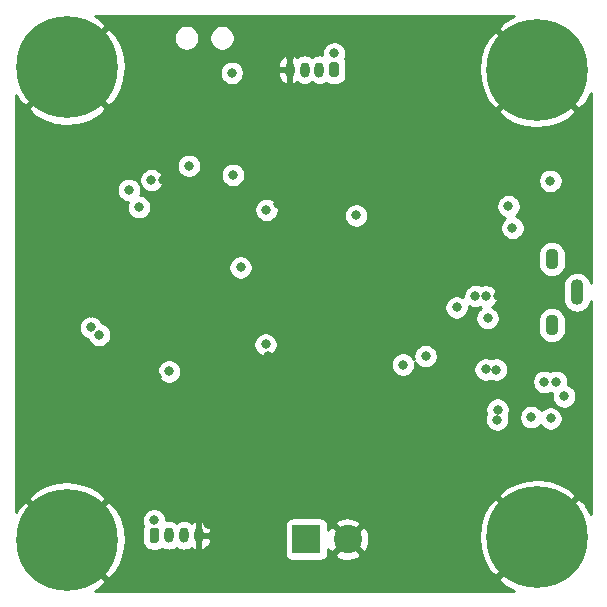
<source format=gbr>
%TF.GenerationSoftware,KiCad,Pcbnew,(5.1.10-1-10_14)*%
%TF.CreationDate,2022-04-25T19:01:15+02:00*%
%TF.ProjectId,STM32_USB_BuckConvertor,53544d33-325f-4555-9342-5f4275636b43,rev?*%
%TF.SameCoordinates,Original*%
%TF.FileFunction,Copper,L2,Inr*%
%TF.FilePolarity,Positive*%
%FSLAX46Y46*%
G04 Gerber Fmt 4.6, Leading zero omitted, Abs format (unit mm)*
G04 Created by KiCad (PCBNEW (5.1.10-1-10_14)) date 2022-04-25 19:01:15*
%MOMM*%
%LPD*%
G01*
G04 APERTURE LIST*
%TA.AperFunction,ComponentPad*%
%ADD10C,0.900000*%
%TD*%
%TA.AperFunction,ComponentPad*%
%ADD11C,8.600000*%
%TD*%
%TA.AperFunction,ComponentPad*%
%ADD12C,2.400000*%
%TD*%
%TA.AperFunction,ComponentPad*%
%ADD13R,2.400000X2.400000*%
%TD*%
%TA.AperFunction,ComponentPad*%
%ADD14O,0.800000X1.300000*%
%TD*%
%TA.AperFunction,ComponentPad*%
%ADD15O,1.100000X2.200000*%
%TD*%
%TA.AperFunction,ComponentPad*%
%ADD16O,1.100000X1.800000*%
%TD*%
%TA.AperFunction,ViaPad*%
%ADD17C,0.800000*%
%TD*%
%TA.AperFunction,Conductor*%
%ADD18C,0.254000*%
%TD*%
%TA.AperFunction,Conductor*%
%ADD19C,0.100000*%
%TD*%
G04 APERTURE END LIST*
D10*
%TO.N,GND*%
%TO.C,H1*%
X77080419Y-62519581D03*
X74800000Y-61575000D03*
X72519581Y-62519581D03*
X71575000Y-64800000D03*
X72519581Y-67080419D03*
X74800000Y-68025000D03*
X77080419Y-67080419D03*
X78025000Y-64800000D03*
D11*
X74800000Y-64800000D03*
%TD*%
D10*
%TO.N,GND*%
%TO.C,H2*%
X37280419Y-62719581D03*
X35000000Y-61775000D03*
X32719581Y-62719581D03*
X31775000Y-65000000D03*
X32719581Y-67280419D03*
X35000000Y-68225000D03*
X37280419Y-67280419D03*
X38225000Y-65000000D03*
D11*
X35000000Y-65000000D03*
%TD*%
D10*
%TO.N,GND*%
%TO.C,H3*%
X77080419Y-22919581D03*
X74800000Y-21975000D03*
X72519581Y-22919581D03*
X71575000Y-25200000D03*
X72519581Y-27480419D03*
X74800000Y-28425000D03*
X77080419Y-27480419D03*
X78025000Y-25200000D03*
D11*
X74800000Y-25200000D03*
%TD*%
D10*
%TO.N,GND*%
%TO.C,H4*%
X37280419Y-22719581D03*
X35000000Y-21775000D03*
X32719581Y-22719581D03*
X31775000Y-25000000D03*
X32719581Y-27280419D03*
X35000000Y-28225000D03*
X37280419Y-27280419D03*
X38225000Y-25000000D03*
D11*
X35000000Y-25000000D03*
%TD*%
D12*
%TO.N,GND*%
%TO.C,J1*%
X58750000Y-64950000D03*
D13*
%TO.N,+12V*%
X55250000Y-64950000D03*
%TD*%
D14*
%TO.N,GND*%
%TO.C,J2*%
X53850000Y-25190000D03*
%TO.N,I2C_SDA*%
X55100000Y-25190000D03*
%TO.N,I2C_SCL*%
X56350000Y-25190000D03*
%TO.N,+3V3*%
%TA.AperFunction,ComponentPad*%
G36*
G01*
X58000000Y-24740000D02*
X58000000Y-25640000D01*
G75*
G02*
X57800000Y-25840000I-200000J0D01*
G01*
X57400000Y-25840000D01*
G75*
G02*
X57200000Y-25640000I0J200000D01*
G01*
X57200000Y-24740000D01*
G75*
G02*
X57400000Y-24540000I200000J0D01*
G01*
X57800000Y-24540000D01*
G75*
G02*
X58000000Y-24740000I0J-200000D01*
G01*
G37*
%TD.AperFunction*%
%TD*%
%TO.N,GND*%
%TO.C,J3*%
X46125000Y-64625000D03*
%TO.N,USART3_RX*%
X44875000Y-64625000D03*
%TO.N,USART3_TX*%
X43625000Y-64625000D03*
%TO.N,+3V3*%
%TA.AperFunction,ComponentPad*%
G36*
G01*
X41975000Y-65075000D02*
X41975000Y-64175000D01*
G75*
G02*
X42175000Y-63975000I200000J0D01*
G01*
X42575000Y-63975000D01*
G75*
G02*
X42775000Y-64175000I0J-200000D01*
G01*
X42775000Y-65075000D01*
G75*
G02*
X42575000Y-65275000I-200000J0D01*
G01*
X42175000Y-65275000D01*
G75*
G02*
X41975000Y-65075000I0J200000D01*
G01*
G37*
%TD.AperFunction*%
%TD*%
D15*
%TO.N,Net-(J5-Pad6)*%
%TO.C,J5*%
X78175000Y-44030000D03*
D16*
X76025000Y-41230000D03*
X76025000Y-46830000D03*
%TD*%
D17*
%TO.N,GND*%
X74300000Y-42725000D03*
X53640000Y-49600000D03*
X52000000Y-49450000D03*
X50550000Y-51750000D03*
X42625000Y-51225000D03*
X37050000Y-45810000D03*
X37720000Y-45070000D03*
X37980000Y-43850000D03*
X37340000Y-37230000D03*
X38520000Y-35930000D03*
X43130000Y-34530000D03*
X52840000Y-36575000D03*
X55070000Y-36420000D03*
X72360000Y-31640000D03*
X72350000Y-34160000D03*
X72360000Y-35440000D03*
X71300000Y-57350000D03*
X65600000Y-53250000D03*
X66170000Y-52290000D03*
X70250000Y-49200000D03*
X61270000Y-54340000D03*
X59310000Y-55500000D03*
X52900000Y-59550000D03*
X46950000Y-63670000D03*
X53850000Y-24030000D03*
X44370000Y-25450000D03*
X34975000Y-44400000D03*
X34225000Y-43800000D03*
X37400000Y-39900000D03*
X36050000Y-37500000D03*
X36725000Y-38100000D03*
X71250000Y-56475000D03*
X66125000Y-51350000D03*
X68150000Y-53275000D03*
X71850000Y-41800000D03*
X71450000Y-44350000D03*
X63950000Y-54675000D03*
X62000000Y-50150000D03*
X59175000Y-62550000D03*
X60425000Y-63200000D03*
%TO.N,+3V3*%
X40210000Y-35380000D03*
X42130000Y-34540000D03*
X63425000Y-50175000D03*
X57600000Y-23825000D03*
X48930000Y-25460000D03*
X71310000Y-50590000D03*
X71440000Y-53970000D03*
X77070000Y-52850000D03*
X76400000Y-51630000D03*
X74290000Y-54620000D03*
X75930000Y-54730000D03*
X65350000Y-49450000D03*
X51860000Y-37060000D03*
X37710000Y-47650000D03*
X37000000Y-47020000D03*
X43620000Y-50750000D03*
X51800000Y-48460000D03*
X72360000Y-36750000D03*
X71400000Y-54830000D03*
X70430000Y-50570000D03*
X75390000Y-51630000D03*
X41060000Y-36830000D03*
X45310000Y-33330000D03*
X49020000Y-34110000D03*
X42350000Y-63350000D03*
%TO.N,+5V*%
X67960000Y-45322712D03*
X69554081Y-44365919D03*
X70595656Y-46235002D03*
X70450611Y-44384998D03*
%TO.N,SWO*%
X72691929Y-38599990D03*
X75900000Y-34610000D03*
%TO.N,NRST*%
X49680000Y-41930000D03*
X59460000Y-37530000D03*
%TD*%
D18*
%TO.N,GND*%
X72101560Y-21039606D02*
X71988946Y-21114851D01*
X71496787Y-21717182D01*
X74800000Y-25020395D01*
X74814143Y-25006253D01*
X74993748Y-25185858D01*
X74979605Y-25200000D01*
X78282818Y-28503213D01*
X78885149Y-28011054D01*
X79340000Y-27187345D01*
X79340000Y-43238296D01*
X79275094Y-43024326D01*
X79165058Y-42818464D01*
X79016975Y-42638025D01*
X78836535Y-42489942D01*
X78630673Y-42379906D01*
X78407299Y-42312147D01*
X78175000Y-42289267D01*
X77942700Y-42312147D01*
X77719326Y-42379906D01*
X77513464Y-42489942D01*
X77333025Y-42638025D01*
X77184942Y-42818465D01*
X77074906Y-43024327D01*
X77007147Y-43247701D01*
X76990000Y-43421794D01*
X76990000Y-44638207D01*
X77007147Y-44812300D01*
X77074906Y-45035674D01*
X77184943Y-45241536D01*
X77333026Y-45421975D01*
X77513465Y-45570058D01*
X77719327Y-45680094D01*
X77942701Y-45747853D01*
X78175000Y-45770733D01*
X78407300Y-45747853D01*
X78630674Y-45680094D01*
X78836536Y-45570058D01*
X79016975Y-45421975D01*
X79165058Y-45241536D01*
X79275094Y-45035674D01*
X79340000Y-44821704D01*
X79340001Y-62835697D01*
X78960394Y-62101560D01*
X78885149Y-61988946D01*
X78282818Y-61496787D01*
X74979605Y-64800000D01*
X74993748Y-64814143D01*
X74814143Y-64993748D01*
X74800000Y-64979605D01*
X71496787Y-68282818D01*
X71988946Y-68885149D01*
X72812655Y-69340000D01*
X37351093Y-69340000D01*
X37698440Y-69160394D01*
X37811054Y-69085149D01*
X38303213Y-68482818D01*
X35000000Y-65179605D01*
X34985858Y-65193748D01*
X34806253Y-65014143D01*
X34820395Y-65000000D01*
X35179605Y-65000000D01*
X38482818Y-68303213D01*
X39085149Y-67811054D01*
X39555063Y-66960067D01*
X39849929Y-66033757D01*
X39958414Y-65067719D01*
X39876351Y-64099079D01*
X39630838Y-63248061D01*
X41315000Y-63248061D01*
X41315000Y-63451939D01*
X41354774Y-63651898D01*
X41422066Y-63814353D01*
X41400722Y-63854284D01*
X41353031Y-64011500D01*
X41336928Y-64175000D01*
X41336928Y-65075000D01*
X41353031Y-65238500D01*
X41400722Y-65395716D01*
X41478169Y-65540608D01*
X41582394Y-65667606D01*
X41709392Y-65771831D01*
X41854284Y-65849278D01*
X42011500Y-65896969D01*
X42175000Y-65913072D01*
X42575000Y-65913072D01*
X42738500Y-65896969D01*
X42895716Y-65849278D01*
X43040608Y-65771831D01*
X43066894Y-65750259D01*
X43227008Y-65835841D01*
X43422106Y-65895024D01*
X43625000Y-65915007D01*
X43827895Y-65895024D01*
X44022993Y-65835841D01*
X44202797Y-65739734D01*
X44250001Y-65700995D01*
X44297204Y-65739734D01*
X44477008Y-65835841D01*
X44672106Y-65895024D01*
X44875000Y-65915007D01*
X45077895Y-65895024D01*
X45272993Y-65835841D01*
X45452797Y-65739734D01*
X45492938Y-65706791D01*
X45576840Y-65770255D01*
X45762028Y-65859994D01*
X45838877Y-65869666D01*
X45998000Y-65741998D01*
X45998000Y-64752000D01*
X46252000Y-64752000D01*
X46252000Y-65741998D01*
X46411123Y-65869666D01*
X46487972Y-65859994D01*
X46673160Y-65770255D01*
X46837283Y-65646112D01*
X46974033Y-65492336D01*
X47078155Y-65314836D01*
X47145648Y-65120433D01*
X47173918Y-64916599D01*
X47008762Y-64752000D01*
X46252000Y-64752000D01*
X45998000Y-64752000D01*
X45978000Y-64752000D01*
X45978000Y-64498000D01*
X45998000Y-64498000D01*
X45998000Y-63508002D01*
X46252000Y-63508002D01*
X46252000Y-64498000D01*
X47008762Y-64498000D01*
X47173918Y-64333401D01*
X47145648Y-64129567D01*
X47078155Y-63935164D01*
X46974033Y-63757664D01*
X46967218Y-63750000D01*
X53411928Y-63750000D01*
X53411928Y-66150000D01*
X53424188Y-66274482D01*
X53460498Y-66394180D01*
X53519463Y-66504494D01*
X53598815Y-66601185D01*
X53695506Y-66680537D01*
X53805820Y-66739502D01*
X53925518Y-66775812D01*
X54050000Y-66788072D01*
X56450000Y-66788072D01*
X56574482Y-66775812D01*
X56694180Y-66739502D01*
X56804494Y-66680537D01*
X56901185Y-66601185D01*
X56980537Y-66504494D01*
X57039502Y-66394180D01*
X57075812Y-66274482D01*
X57080391Y-66227980D01*
X57651626Y-66227980D01*
X57771514Y-66512836D01*
X58095210Y-66673699D01*
X58444069Y-66768322D01*
X58804684Y-66793067D01*
X59163198Y-66746985D01*
X59505833Y-66631846D01*
X59728486Y-66512836D01*
X59848374Y-66227980D01*
X58750000Y-65129605D01*
X57651626Y-66227980D01*
X57080391Y-66227980D01*
X57088072Y-66150000D01*
X57088072Y-65743097D01*
X57187164Y-65928486D01*
X57472020Y-66048374D01*
X58570395Y-64950000D01*
X58929605Y-64950000D01*
X60027980Y-66048374D01*
X60312836Y-65928486D01*
X60473699Y-65604790D01*
X60568322Y-65255931D01*
X60593067Y-64895316D01*
X60572112Y-64732281D01*
X69841586Y-64732281D01*
X69923649Y-65700921D01*
X70193107Y-66634938D01*
X70639606Y-67498440D01*
X70714851Y-67611054D01*
X71317182Y-68103213D01*
X74620395Y-64800000D01*
X71317182Y-61496787D01*
X70714851Y-61988946D01*
X70244937Y-62839933D01*
X69950071Y-63766243D01*
X69841586Y-64732281D01*
X60572112Y-64732281D01*
X60546985Y-64536802D01*
X60431846Y-64194167D01*
X60312836Y-63971514D01*
X60027980Y-63851626D01*
X58929605Y-64950000D01*
X58570395Y-64950000D01*
X57472020Y-63851626D01*
X57187164Y-63971514D01*
X57088072Y-64170912D01*
X57088072Y-63750000D01*
X57080392Y-63672020D01*
X57651626Y-63672020D01*
X58750000Y-64770395D01*
X59848374Y-63672020D01*
X59728486Y-63387164D01*
X59404790Y-63226301D01*
X59055931Y-63131678D01*
X58695316Y-63106933D01*
X58336802Y-63153015D01*
X57994167Y-63268154D01*
X57771514Y-63387164D01*
X57651626Y-63672020D01*
X57080392Y-63672020D01*
X57075812Y-63625518D01*
X57039502Y-63505820D01*
X56980537Y-63395506D01*
X56901185Y-63298815D01*
X56804494Y-63219463D01*
X56694180Y-63160498D01*
X56574482Y-63124188D01*
X56450000Y-63111928D01*
X54050000Y-63111928D01*
X53925518Y-63124188D01*
X53805820Y-63160498D01*
X53695506Y-63219463D01*
X53598815Y-63298815D01*
X53519463Y-63395506D01*
X53460498Y-63505820D01*
X53424188Y-63625518D01*
X53411928Y-63750000D01*
X46967218Y-63750000D01*
X46837283Y-63603888D01*
X46673160Y-63479745D01*
X46487972Y-63390006D01*
X46411123Y-63380334D01*
X46252000Y-63508002D01*
X45998000Y-63508002D01*
X45838877Y-63380334D01*
X45762028Y-63390006D01*
X45576840Y-63479745D01*
X45492938Y-63543209D01*
X45452797Y-63510266D01*
X45272992Y-63414159D01*
X45077894Y-63354976D01*
X44875000Y-63334993D01*
X44672105Y-63354976D01*
X44477007Y-63414159D01*
X44297203Y-63510266D01*
X44250000Y-63549004D01*
X44202797Y-63510266D01*
X44022992Y-63414159D01*
X43827894Y-63354976D01*
X43625000Y-63334993D01*
X43422105Y-63354976D01*
X43385000Y-63366232D01*
X43385000Y-63248061D01*
X43345226Y-63048102D01*
X43267205Y-62859744D01*
X43153937Y-62690226D01*
X43009774Y-62546063D01*
X42840256Y-62432795D01*
X42651898Y-62354774D01*
X42451939Y-62315000D01*
X42248061Y-62315000D01*
X42048102Y-62354774D01*
X41859744Y-62432795D01*
X41690226Y-62546063D01*
X41546063Y-62690226D01*
X41432795Y-62859744D01*
X41354774Y-63048102D01*
X41315000Y-63248061D01*
X39630838Y-63248061D01*
X39606893Y-63165062D01*
X39160394Y-62301560D01*
X39085149Y-62188946D01*
X38482818Y-61696787D01*
X35179605Y-65000000D01*
X34820395Y-65000000D01*
X31517182Y-61696787D01*
X30914851Y-62188946D01*
X30660000Y-62650466D01*
X30660000Y-61517182D01*
X31696787Y-61517182D01*
X35000000Y-64820395D01*
X38303213Y-61517182D01*
X38139795Y-61317182D01*
X71496787Y-61317182D01*
X74800000Y-64620395D01*
X78103213Y-61317182D01*
X77611054Y-60714851D01*
X76760067Y-60244937D01*
X75833757Y-59950071D01*
X74867719Y-59841586D01*
X73899079Y-59923649D01*
X72965062Y-60193107D01*
X72101560Y-60639606D01*
X71988946Y-60714851D01*
X71496787Y-61317182D01*
X38139795Y-61317182D01*
X37811054Y-60914851D01*
X36960067Y-60444937D01*
X36033757Y-60150071D01*
X35067719Y-60041586D01*
X34099079Y-60123649D01*
X33165062Y-60393107D01*
X32301560Y-60839606D01*
X32188946Y-60914851D01*
X31696787Y-61517182D01*
X30660000Y-61517182D01*
X30660000Y-54728061D01*
X70365000Y-54728061D01*
X70365000Y-54931939D01*
X70404774Y-55131898D01*
X70482795Y-55320256D01*
X70596063Y-55489774D01*
X70740226Y-55633937D01*
X70909744Y-55747205D01*
X71098102Y-55825226D01*
X71298061Y-55865000D01*
X71501939Y-55865000D01*
X71701898Y-55825226D01*
X71890256Y-55747205D01*
X72059774Y-55633937D01*
X72203937Y-55489774D01*
X72317205Y-55320256D01*
X72395226Y-55131898D01*
X72435000Y-54931939D01*
X72435000Y-54728061D01*
X72395226Y-54528102D01*
X72391067Y-54518061D01*
X73255000Y-54518061D01*
X73255000Y-54721939D01*
X73294774Y-54921898D01*
X73372795Y-55110256D01*
X73486063Y-55279774D01*
X73630226Y-55423937D01*
X73799744Y-55537205D01*
X73988102Y-55615226D01*
X74188061Y-55655000D01*
X74391939Y-55655000D01*
X74591898Y-55615226D01*
X74780256Y-55537205D01*
X74949774Y-55423937D01*
X75069135Y-55304576D01*
X75126063Y-55389774D01*
X75270226Y-55533937D01*
X75439744Y-55647205D01*
X75628102Y-55725226D01*
X75828061Y-55765000D01*
X76031939Y-55765000D01*
X76231898Y-55725226D01*
X76420256Y-55647205D01*
X76589774Y-55533937D01*
X76733937Y-55389774D01*
X76847205Y-55220256D01*
X76925226Y-55031898D01*
X76965000Y-54831939D01*
X76965000Y-54628061D01*
X76925226Y-54428102D01*
X76847205Y-54239744D01*
X76733937Y-54070226D01*
X76589774Y-53926063D01*
X76420256Y-53812795D01*
X76231898Y-53734774D01*
X76031939Y-53695000D01*
X75828061Y-53695000D01*
X75628102Y-53734774D01*
X75439744Y-53812795D01*
X75270226Y-53926063D01*
X75150865Y-54045424D01*
X75093937Y-53960226D01*
X74949774Y-53816063D01*
X74780256Y-53702795D01*
X74591898Y-53624774D01*
X74391939Y-53585000D01*
X74188061Y-53585000D01*
X73988102Y-53624774D01*
X73799744Y-53702795D01*
X73630226Y-53816063D01*
X73486063Y-53960226D01*
X73372795Y-54129744D01*
X73294774Y-54318102D01*
X73255000Y-54518061D01*
X72391067Y-54518061D01*
X72362164Y-54448284D01*
X72435226Y-54271898D01*
X72475000Y-54071939D01*
X72475000Y-53868061D01*
X72435226Y-53668102D01*
X72357205Y-53479744D01*
X72243937Y-53310226D01*
X72099774Y-53166063D01*
X71930256Y-53052795D01*
X71741898Y-52974774D01*
X71541939Y-52935000D01*
X71338061Y-52935000D01*
X71138102Y-52974774D01*
X70949744Y-53052795D01*
X70780226Y-53166063D01*
X70636063Y-53310226D01*
X70522795Y-53479744D01*
X70444774Y-53668102D01*
X70405000Y-53868061D01*
X70405000Y-54071939D01*
X70444774Y-54271898D01*
X70477836Y-54351716D01*
X70404774Y-54528102D01*
X70365000Y-54728061D01*
X30660000Y-54728061D01*
X30660000Y-50648061D01*
X42585000Y-50648061D01*
X42585000Y-50851939D01*
X42624774Y-51051898D01*
X42702795Y-51240256D01*
X42816063Y-51409774D01*
X42960226Y-51553937D01*
X43129744Y-51667205D01*
X43318102Y-51745226D01*
X43518061Y-51785000D01*
X43721939Y-51785000D01*
X43921898Y-51745226D01*
X44110256Y-51667205D01*
X44279774Y-51553937D01*
X44423937Y-51409774D01*
X44537205Y-51240256D01*
X44615226Y-51051898D01*
X44655000Y-50851939D01*
X44655000Y-50648061D01*
X44615226Y-50448102D01*
X44537205Y-50259744D01*
X44423937Y-50090226D01*
X44406772Y-50073061D01*
X62390000Y-50073061D01*
X62390000Y-50276939D01*
X62429774Y-50476898D01*
X62507795Y-50665256D01*
X62621063Y-50834774D01*
X62765226Y-50978937D01*
X62934744Y-51092205D01*
X63123102Y-51170226D01*
X63323061Y-51210000D01*
X63526939Y-51210000D01*
X63726898Y-51170226D01*
X63915256Y-51092205D01*
X64084774Y-50978937D01*
X64228937Y-50834774D01*
X64342205Y-50665256D01*
X64420226Y-50476898D01*
X64460000Y-50276939D01*
X64460000Y-50073061D01*
X64433918Y-49941937D01*
X64546063Y-50109774D01*
X64690226Y-50253937D01*
X64859744Y-50367205D01*
X65048102Y-50445226D01*
X65248061Y-50485000D01*
X65451939Y-50485000D01*
X65537097Y-50468061D01*
X69395000Y-50468061D01*
X69395000Y-50671939D01*
X69434774Y-50871898D01*
X69512795Y-51060256D01*
X69626063Y-51229774D01*
X69770226Y-51373937D01*
X69939744Y-51487205D01*
X70128102Y-51565226D01*
X70328061Y-51605000D01*
X70531939Y-51605000D01*
X70731898Y-51565226D01*
X70845858Y-51518022D01*
X71008102Y-51585226D01*
X71208061Y-51625000D01*
X71411939Y-51625000D01*
X71611898Y-51585226D01*
X71749905Y-51528061D01*
X74355000Y-51528061D01*
X74355000Y-51731939D01*
X74394774Y-51931898D01*
X74472795Y-52120256D01*
X74586063Y-52289774D01*
X74730226Y-52433937D01*
X74899744Y-52547205D01*
X75088102Y-52625226D01*
X75288061Y-52665000D01*
X75491939Y-52665000D01*
X75691898Y-52625226D01*
X75880256Y-52547205D01*
X75895000Y-52537353D01*
X75909744Y-52547205D01*
X76062377Y-52610428D01*
X76035000Y-52748061D01*
X76035000Y-52951939D01*
X76074774Y-53151898D01*
X76152795Y-53340256D01*
X76266063Y-53509774D01*
X76410226Y-53653937D01*
X76579744Y-53767205D01*
X76768102Y-53845226D01*
X76968061Y-53885000D01*
X77171939Y-53885000D01*
X77371898Y-53845226D01*
X77560256Y-53767205D01*
X77729774Y-53653937D01*
X77873937Y-53509774D01*
X77987205Y-53340256D01*
X78065226Y-53151898D01*
X78105000Y-52951939D01*
X78105000Y-52748061D01*
X78065226Y-52548102D01*
X77987205Y-52359744D01*
X77873937Y-52190226D01*
X77729774Y-52046063D01*
X77560256Y-51932795D01*
X77407623Y-51869572D01*
X77435000Y-51731939D01*
X77435000Y-51528061D01*
X77395226Y-51328102D01*
X77317205Y-51139744D01*
X77203937Y-50970226D01*
X77059774Y-50826063D01*
X76890256Y-50712795D01*
X76701898Y-50634774D01*
X76501939Y-50595000D01*
X76298061Y-50595000D01*
X76098102Y-50634774D01*
X75909744Y-50712795D01*
X75895000Y-50722647D01*
X75880256Y-50712795D01*
X75691898Y-50634774D01*
X75491939Y-50595000D01*
X75288061Y-50595000D01*
X75088102Y-50634774D01*
X74899744Y-50712795D01*
X74730226Y-50826063D01*
X74586063Y-50970226D01*
X74472795Y-51139744D01*
X74394774Y-51328102D01*
X74355000Y-51528061D01*
X71749905Y-51528061D01*
X71800256Y-51507205D01*
X71969774Y-51393937D01*
X72113937Y-51249774D01*
X72227205Y-51080256D01*
X72305226Y-50891898D01*
X72345000Y-50691939D01*
X72345000Y-50488061D01*
X72305226Y-50288102D01*
X72227205Y-50099744D01*
X72113937Y-49930226D01*
X71969774Y-49786063D01*
X71800256Y-49672795D01*
X71611898Y-49594774D01*
X71411939Y-49555000D01*
X71208061Y-49555000D01*
X71008102Y-49594774D01*
X70894142Y-49641978D01*
X70731898Y-49574774D01*
X70531939Y-49535000D01*
X70328061Y-49535000D01*
X70128102Y-49574774D01*
X69939744Y-49652795D01*
X69770226Y-49766063D01*
X69626063Y-49910226D01*
X69512795Y-50079744D01*
X69434774Y-50268102D01*
X69395000Y-50468061D01*
X65537097Y-50468061D01*
X65651898Y-50445226D01*
X65840256Y-50367205D01*
X66009774Y-50253937D01*
X66153937Y-50109774D01*
X66267205Y-49940256D01*
X66345226Y-49751898D01*
X66385000Y-49551939D01*
X66385000Y-49348061D01*
X66345226Y-49148102D01*
X66267205Y-48959744D01*
X66153937Y-48790226D01*
X66009774Y-48646063D01*
X65840256Y-48532795D01*
X65651898Y-48454774D01*
X65451939Y-48415000D01*
X65248061Y-48415000D01*
X65048102Y-48454774D01*
X64859744Y-48532795D01*
X64690226Y-48646063D01*
X64546063Y-48790226D01*
X64432795Y-48959744D01*
X64354774Y-49148102D01*
X64315000Y-49348061D01*
X64315000Y-49551939D01*
X64341082Y-49683063D01*
X64228937Y-49515226D01*
X64084774Y-49371063D01*
X63915256Y-49257795D01*
X63726898Y-49179774D01*
X63526939Y-49140000D01*
X63323061Y-49140000D01*
X63123102Y-49179774D01*
X62934744Y-49257795D01*
X62765226Y-49371063D01*
X62621063Y-49515226D01*
X62507795Y-49684744D01*
X62429774Y-49873102D01*
X62390000Y-50073061D01*
X44406772Y-50073061D01*
X44279774Y-49946063D01*
X44110256Y-49832795D01*
X43921898Y-49754774D01*
X43721939Y-49715000D01*
X43518061Y-49715000D01*
X43318102Y-49754774D01*
X43129744Y-49832795D01*
X42960226Y-49946063D01*
X42816063Y-50090226D01*
X42702795Y-50259744D01*
X42624774Y-50448102D01*
X42585000Y-50648061D01*
X30660000Y-50648061D01*
X30660000Y-46918061D01*
X35965000Y-46918061D01*
X35965000Y-47121939D01*
X36004774Y-47321898D01*
X36082795Y-47510256D01*
X36196063Y-47679774D01*
X36340226Y-47823937D01*
X36509744Y-47937205D01*
X36698102Y-48015226D01*
X36744858Y-48024526D01*
X36792795Y-48140256D01*
X36906063Y-48309774D01*
X37050226Y-48453937D01*
X37219744Y-48567205D01*
X37408102Y-48645226D01*
X37608061Y-48685000D01*
X37811939Y-48685000D01*
X38011898Y-48645226D01*
X38200256Y-48567205D01*
X38369774Y-48453937D01*
X38465650Y-48358061D01*
X50765000Y-48358061D01*
X50765000Y-48561939D01*
X50804774Y-48761898D01*
X50882795Y-48950256D01*
X50996063Y-49119774D01*
X51140226Y-49263937D01*
X51309744Y-49377205D01*
X51498102Y-49455226D01*
X51698061Y-49495000D01*
X51901939Y-49495000D01*
X52101898Y-49455226D01*
X52290256Y-49377205D01*
X52459774Y-49263937D01*
X52603937Y-49119774D01*
X52717205Y-48950256D01*
X52795226Y-48761898D01*
X52835000Y-48561939D01*
X52835000Y-48358061D01*
X52795226Y-48158102D01*
X52717205Y-47969744D01*
X52603937Y-47800226D01*
X52459774Y-47656063D01*
X52290256Y-47542795D01*
X52101898Y-47464774D01*
X51901939Y-47425000D01*
X51698061Y-47425000D01*
X51498102Y-47464774D01*
X51309744Y-47542795D01*
X51140226Y-47656063D01*
X50996063Y-47800226D01*
X50882795Y-47969744D01*
X50804774Y-48158102D01*
X50765000Y-48358061D01*
X38465650Y-48358061D01*
X38513937Y-48309774D01*
X38627205Y-48140256D01*
X38705226Y-47951898D01*
X38745000Y-47751939D01*
X38745000Y-47548061D01*
X38705226Y-47348102D01*
X38627205Y-47159744D01*
X38513937Y-46990226D01*
X38369774Y-46846063D01*
X38200256Y-46732795D01*
X38011898Y-46654774D01*
X37965142Y-46645474D01*
X37917205Y-46529744D01*
X37803937Y-46360226D01*
X37659774Y-46216063D01*
X37490256Y-46102795D01*
X37301898Y-46024774D01*
X37101939Y-45985000D01*
X36898061Y-45985000D01*
X36698102Y-46024774D01*
X36509744Y-46102795D01*
X36340226Y-46216063D01*
X36196063Y-46360226D01*
X36082795Y-46529744D01*
X36004774Y-46718102D01*
X35965000Y-46918061D01*
X30660000Y-46918061D01*
X30660000Y-45220773D01*
X66925000Y-45220773D01*
X66925000Y-45424651D01*
X66964774Y-45624610D01*
X67042795Y-45812968D01*
X67156063Y-45982486D01*
X67300226Y-46126649D01*
X67469744Y-46239917D01*
X67658102Y-46317938D01*
X67858061Y-46357712D01*
X68061939Y-46357712D01*
X68261898Y-46317938D01*
X68450256Y-46239917D01*
X68619774Y-46126649D01*
X68763937Y-45982486D01*
X68877205Y-45812968D01*
X68955226Y-45624610D01*
X68995000Y-45424651D01*
X68995000Y-45237137D01*
X69063825Y-45283124D01*
X69252183Y-45361145D01*
X69452142Y-45400919D01*
X69656020Y-45400919D01*
X69855979Y-45361145D01*
X69979316Y-45310057D01*
X70064300Y-45345259D01*
X69935882Y-45431065D01*
X69791719Y-45575228D01*
X69678451Y-45744746D01*
X69600430Y-45933104D01*
X69560656Y-46133063D01*
X69560656Y-46336941D01*
X69600430Y-46536900D01*
X69678451Y-46725258D01*
X69791719Y-46894776D01*
X69935882Y-47038939D01*
X70105400Y-47152207D01*
X70293758Y-47230228D01*
X70493717Y-47270002D01*
X70697595Y-47270002D01*
X70897554Y-47230228D01*
X71085912Y-47152207D01*
X71255430Y-47038939D01*
X71399593Y-46894776D01*
X71512861Y-46725258D01*
X71590882Y-46536900D01*
X71613777Y-46421794D01*
X74840000Y-46421794D01*
X74840000Y-47238207D01*
X74857147Y-47412300D01*
X74924906Y-47635674D01*
X75034943Y-47841536D01*
X75183026Y-48021975D01*
X75363465Y-48170058D01*
X75569327Y-48280094D01*
X75792701Y-48347853D01*
X76025000Y-48370733D01*
X76257300Y-48347853D01*
X76480674Y-48280094D01*
X76686536Y-48170058D01*
X76866975Y-48021975D01*
X77015058Y-47841536D01*
X77125094Y-47635674D01*
X77192853Y-47412299D01*
X77210000Y-47238206D01*
X77210000Y-46421793D01*
X77192853Y-46247700D01*
X77125094Y-46024326D01*
X77015058Y-45818464D01*
X76866975Y-45638025D01*
X76686535Y-45489942D01*
X76480673Y-45379906D01*
X76257299Y-45312147D01*
X76025000Y-45289267D01*
X75792700Y-45312147D01*
X75569326Y-45379906D01*
X75363464Y-45489942D01*
X75183025Y-45638025D01*
X75034942Y-45818465D01*
X74924906Y-46024327D01*
X74857147Y-46247701D01*
X74840000Y-46421794D01*
X71613777Y-46421794D01*
X71630656Y-46336941D01*
X71630656Y-46133063D01*
X71590882Y-45933104D01*
X71512861Y-45744746D01*
X71399593Y-45575228D01*
X71255430Y-45431065D01*
X71085912Y-45317797D01*
X70981967Y-45274741D01*
X71110385Y-45188935D01*
X71254548Y-45044772D01*
X71367816Y-44875254D01*
X71445837Y-44686896D01*
X71485611Y-44486937D01*
X71485611Y-44283059D01*
X71445837Y-44083100D01*
X71367816Y-43894742D01*
X71254548Y-43725224D01*
X71110385Y-43581061D01*
X70940867Y-43467793D01*
X70752509Y-43389772D01*
X70552550Y-43349998D01*
X70348672Y-43349998D01*
X70148713Y-43389772D01*
X70025376Y-43440860D01*
X69855979Y-43370693D01*
X69656020Y-43330919D01*
X69452142Y-43330919D01*
X69252183Y-43370693D01*
X69063825Y-43448714D01*
X68894307Y-43561982D01*
X68750144Y-43706145D01*
X68636876Y-43875663D01*
X68558855Y-44064021D01*
X68519081Y-44263980D01*
X68519081Y-44451494D01*
X68450256Y-44405507D01*
X68261898Y-44327486D01*
X68061939Y-44287712D01*
X67858061Y-44287712D01*
X67658102Y-44327486D01*
X67469744Y-44405507D01*
X67300226Y-44518775D01*
X67156063Y-44662938D01*
X67042795Y-44832456D01*
X66964774Y-45020814D01*
X66925000Y-45220773D01*
X30660000Y-45220773D01*
X30660000Y-41828061D01*
X48645000Y-41828061D01*
X48645000Y-42031939D01*
X48684774Y-42231898D01*
X48762795Y-42420256D01*
X48876063Y-42589774D01*
X49020226Y-42733937D01*
X49189744Y-42847205D01*
X49378102Y-42925226D01*
X49578061Y-42965000D01*
X49781939Y-42965000D01*
X49981898Y-42925226D01*
X50170256Y-42847205D01*
X50339774Y-42733937D01*
X50483937Y-42589774D01*
X50597205Y-42420256D01*
X50675226Y-42231898D01*
X50715000Y-42031939D01*
X50715000Y-41828061D01*
X50675226Y-41628102D01*
X50597205Y-41439744D01*
X50483937Y-41270226D01*
X50339774Y-41126063D01*
X50170256Y-41012795D01*
X49981898Y-40934774D01*
X49781939Y-40895000D01*
X49578061Y-40895000D01*
X49378102Y-40934774D01*
X49189744Y-41012795D01*
X49020226Y-41126063D01*
X48876063Y-41270226D01*
X48762795Y-41439744D01*
X48684774Y-41628102D01*
X48645000Y-41828061D01*
X30660000Y-41828061D01*
X30660000Y-40821794D01*
X74840000Y-40821794D01*
X74840000Y-41638207D01*
X74857147Y-41812300D01*
X74924906Y-42035674D01*
X75034943Y-42241536D01*
X75183026Y-42421975D01*
X75363465Y-42570058D01*
X75569327Y-42680094D01*
X75792701Y-42747853D01*
X76025000Y-42770733D01*
X76257300Y-42747853D01*
X76480674Y-42680094D01*
X76686536Y-42570058D01*
X76866975Y-42421975D01*
X77015058Y-42241536D01*
X77125094Y-42035674D01*
X77192853Y-41812299D01*
X77210000Y-41638206D01*
X77210000Y-40821793D01*
X77192853Y-40647700D01*
X77125094Y-40424326D01*
X77015058Y-40218464D01*
X76866975Y-40038025D01*
X76686535Y-39889942D01*
X76480673Y-39779906D01*
X76257299Y-39712147D01*
X76025000Y-39689267D01*
X75792700Y-39712147D01*
X75569326Y-39779906D01*
X75363464Y-39889942D01*
X75183025Y-40038025D01*
X75034942Y-40218465D01*
X74924906Y-40424327D01*
X74857147Y-40647701D01*
X74840000Y-40821794D01*
X30660000Y-40821794D01*
X30660000Y-35278061D01*
X39175000Y-35278061D01*
X39175000Y-35481939D01*
X39214774Y-35681898D01*
X39292795Y-35870256D01*
X39406063Y-36039774D01*
X39550226Y-36183937D01*
X39719744Y-36297205D01*
X39908102Y-36375226D01*
X40108061Y-36415000D01*
X40111623Y-36415000D01*
X40064774Y-36528102D01*
X40025000Y-36728061D01*
X40025000Y-36931939D01*
X40064774Y-37131898D01*
X40142795Y-37320256D01*
X40256063Y-37489774D01*
X40400226Y-37633937D01*
X40569744Y-37747205D01*
X40758102Y-37825226D01*
X40958061Y-37865000D01*
X41161939Y-37865000D01*
X41361898Y-37825226D01*
X41550256Y-37747205D01*
X41719774Y-37633937D01*
X41863937Y-37489774D01*
X41977205Y-37320256D01*
X42055226Y-37131898D01*
X42089804Y-36958061D01*
X50825000Y-36958061D01*
X50825000Y-37161939D01*
X50864774Y-37361898D01*
X50942795Y-37550256D01*
X51056063Y-37719774D01*
X51200226Y-37863937D01*
X51369744Y-37977205D01*
X51558102Y-38055226D01*
X51758061Y-38095000D01*
X51961939Y-38095000D01*
X52161898Y-38055226D01*
X52350256Y-37977205D01*
X52519774Y-37863937D01*
X52663937Y-37719774D01*
X52777205Y-37550256D01*
X52827820Y-37428061D01*
X58425000Y-37428061D01*
X58425000Y-37631939D01*
X58464774Y-37831898D01*
X58542795Y-38020256D01*
X58656063Y-38189774D01*
X58800226Y-38333937D01*
X58969744Y-38447205D01*
X59158102Y-38525226D01*
X59358061Y-38565000D01*
X59561939Y-38565000D01*
X59761898Y-38525226D01*
X59950256Y-38447205D01*
X60119774Y-38333937D01*
X60263937Y-38189774D01*
X60377205Y-38020256D01*
X60455226Y-37831898D01*
X60495000Y-37631939D01*
X60495000Y-37428061D01*
X60455226Y-37228102D01*
X60377205Y-37039744D01*
X60263937Y-36870226D01*
X60119774Y-36726063D01*
X60003036Y-36648061D01*
X71325000Y-36648061D01*
X71325000Y-36851939D01*
X71364774Y-37051898D01*
X71442795Y-37240256D01*
X71556063Y-37409774D01*
X71700226Y-37553937D01*
X71869744Y-37667205D01*
X72058102Y-37745226D01*
X72096725Y-37752909D01*
X72032155Y-37796053D01*
X71887992Y-37940216D01*
X71774724Y-38109734D01*
X71696703Y-38298092D01*
X71656929Y-38498051D01*
X71656929Y-38701929D01*
X71696703Y-38901888D01*
X71774724Y-39090246D01*
X71887992Y-39259764D01*
X72032155Y-39403927D01*
X72201673Y-39517195D01*
X72390031Y-39595216D01*
X72589990Y-39634990D01*
X72793868Y-39634990D01*
X72993827Y-39595216D01*
X73182185Y-39517195D01*
X73351703Y-39403927D01*
X73495866Y-39259764D01*
X73609134Y-39090246D01*
X73687155Y-38901888D01*
X73726929Y-38701929D01*
X73726929Y-38498051D01*
X73687155Y-38298092D01*
X73609134Y-38109734D01*
X73495866Y-37940216D01*
X73351703Y-37796053D01*
X73182185Y-37682785D01*
X72993827Y-37604764D01*
X72955204Y-37597081D01*
X73019774Y-37553937D01*
X73163937Y-37409774D01*
X73277205Y-37240256D01*
X73355226Y-37051898D01*
X73395000Y-36851939D01*
X73395000Y-36648061D01*
X73355226Y-36448102D01*
X73277205Y-36259744D01*
X73163937Y-36090226D01*
X73019774Y-35946063D01*
X72850256Y-35832795D01*
X72661898Y-35754774D01*
X72461939Y-35715000D01*
X72258061Y-35715000D01*
X72058102Y-35754774D01*
X71869744Y-35832795D01*
X71700226Y-35946063D01*
X71556063Y-36090226D01*
X71442795Y-36259744D01*
X71364774Y-36448102D01*
X71325000Y-36648061D01*
X60003036Y-36648061D01*
X59950256Y-36612795D01*
X59761898Y-36534774D01*
X59561939Y-36495000D01*
X59358061Y-36495000D01*
X59158102Y-36534774D01*
X58969744Y-36612795D01*
X58800226Y-36726063D01*
X58656063Y-36870226D01*
X58542795Y-37039744D01*
X58464774Y-37228102D01*
X58425000Y-37428061D01*
X52827820Y-37428061D01*
X52855226Y-37361898D01*
X52895000Y-37161939D01*
X52895000Y-36958061D01*
X52855226Y-36758102D01*
X52777205Y-36569744D01*
X52663937Y-36400226D01*
X52519774Y-36256063D01*
X52350256Y-36142795D01*
X52161898Y-36064774D01*
X51961939Y-36025000D01*
X51758061Y-36025000D01*
X51558102Y-36064774D01*
X51369744Y-36142795D01*
X51200226Y-36256063D01*
X51056063Y-36400226D01*
X50942795Y-36569744D01*
X50864774Y-36758102D01*
X50825000Y-36958061D01*
X42089804Y-36958061D01*
X42095000Y-36931939D01*
X42095000Y-36728061D01*
X42055226Y-36528102D01*
X41977205Y-36339744D01*
X41863937Y-36170226D01*
X41719774Y-36026063D01*
X41550256Y-35912795D01*
X41361898Y-35834774D01*
X41161939Y-35795000D01*
X41158377Y-35795000D01*
X41205226Y-35681898D01*
X41245000Y-35481939D01*
X41245000Y-35278061D01*
X41205226Y-35078102D01*
X41127205Y-34889744D01*
X41013937Y-34720226D01*
X40869774Y-34576063D01*
X40700256Y-34462795D01*
X40640544Y-34438061D01*
X41095000Y-34438061D01*
X41095000Y-34641939D01*
X41134774Y-34841898D01*
X41212795Y-35030256D01*
X41326063Y-35199774D01*
X41470226Y-35343937D01*
X41639744Y-35457205D01*
X41828102Y-35535226D01*
X42028061Y-35575000D01*
X42231939Y-35575000D01*
X42431898Y-35535226D01*
X42620256Y-35457205D01*
X42789774Y-35343937D01*
X42933937Y-35199774D01*
X43047205Y-35030256D01*
X43125226Y-34841898D01*
X43165000Y-34641939D01*
X43165000Y-34438061D01*
X43125226Y-34238102D01*
X43047205Y-34049744D01*
X42933937Y-33880226D01*
X42789774Y-33736063D01*
X42620256Y-33622795D01*
X42431898Y-33544774D01*
X42231939Y-33505000D01*
X42028061Y-33505000D01*
X41828102Y-33544774D01*
X41639744Y-33622795D01*
X41470226Y-33736063D01*
X41326063Y-33880226D01*
X41212795Y-34049744D01*
X41134774Y-34238102D01*
X41095000Y-34438061D01*
X40640544Y-34438061D01*
X40511898Y-34384774D01*
X40311939Y-34345000D01*
X40108061Y-34345000D01*
X39908102Y-34384774D01*
X39719744Y-34462795D01*
X39550226Y-34576063D01*
X39406063Y-34720226D01*
X39292795Y-34889744D01*
X39214774Y-35078102D01*
X39175000Y-35278061D01*
X30660000Y-35278061D01*
X30660000Y-33228061D01*
X44275000Y-33228061D01*
X44275000Y-33431939D01*
X44314774Y-33631898D01*
X44392795Y-33820256D01*
X44506063Y-33989774D01*
X44650226Y-34133937D01*
X44819744Y-34247205D01*
X45008102Y-34325226D01*
X45208061Y-34365000D01*
X45411939Y-34365000D01*
X45611898Y-34325226D01*
X45800256Y-34247205D01*
X45969774Y-34133937D01*
X46095650Y-34008061D01*
X47985000Y-34008061D01*
X47985000Y-34211939D01*
X48024774Y-34411898D01*
X48102795Y-34600256D01*
X48216063Y-34769774D01*
X48360226Y-34913937D01*
X48529744Y-35027205D01*
X48718102Y-35105226D01*
X48918061Y-35145000D01*
X49121939Y-35145000D01*
X49321898Y-35105226D01*
X49510256Y-35027205D01*
X49679774Y-34913937D01*
X49823937Y-34769774D01*
X49937205Y-34600256D01*
X49975393Y-34508061D01*
X74865000Y-34508061D01*
X74865000Y-34711939D01*
X74904774Y-34911898D01*
X74982795Y-35100256D01*
X75096063Y-35269774D01*
X75240226Y-35413937D01*
X75409744Y-35527205D01*
X75598102Y-35605226D01*
X75798061Y-35645000D01*
X76001939Y-35645000D01*
X76201898Y-35605226D01*
X76390256Y-35527205D01*
X76559774Y-35413937D01*
X76703937Y-35269774D01*
X76817205Y-35100256D01*
X76895226Y-34911898D01*
X76935000Y-34711939D01*
X76935000Y-34508061D01*
X76895226Y-34308102D01*
X76817205Y-34119744D01*
X76703937Y-33950226D01*
X76559774Y-33806063D01*
X76390256Y-33692795D01*
X76201898Y-33614774D01*
X76001939Y-33575000D01*
X75798061Y-33575000D01*
X75598102Y-33614774D01*
X75409744Y-33692795D01*
X75240226Y-33806063D01*
X75096063Y-33950226D01*
X74982795Y-34119744D01*
X74904774Y-34308102D01*
X74865000Y-34508061D01*
X49975393Y-34508061D01*
X50015226Y-34411898D01*
X50055000Y-34211939D01*
X50055000Y-34008061D01*
X50015226Y-33808102D01*
X49937205Y-33619744D01*
X49823937Y-33450226D01*
X49679774Y-33306063D01*
X49510256Y-33192795D01*
X49321898Y-33114774D01*
X49121939Y-33075000D01*
X48918061Y-33075000D01*
X48718102Y-33114774D01*
X48529744Y-33192795D01*
X48360226Y-33306063D01*
X48216063Y-33450226D01*
X48102795Y-33619744D01*
X48024774Y-33808102D01*
X47985000Y-34008061D01*
X46095650Y-34008061D01*
X46113937Y-33989774D01*
X46227205Y-33820256D01*
X46305226Y-33631898D01*
X46345000Y-33431939D01*
X46345000Y-33228061D01*
X46305226Y-33028102D01*
X46227205Y-32839744D01*
X46113937Y-32670226D01*
X45969774Y-32526063D01*
X45800256Y-32412795D01*
X45611898Y-32334774D01*
X45411939Y-32295000D01*
X45208061Y-32295000D01*
X45008102Y-32334774D01*
X44819744Y-32412795D01*
X44650226Y-32526063D01*
X44506063Y-32670226D01*
X44392795Y-32839744D01*
X44314774Y-33028102D01*
X44275000Y-33228061D01*
X30660000Y-33228061D01*
X30660000Y-28482818D01*
X31696787Y-28482818D01*
X32188946Y-29085149D01*
X33039933Y-29555063D01*
X33966243Y-29849929D01*
X34932281Y-29958414D01*
X35900921Y-29876351D01*
X36834938Y-29606893D01*
X37698440Y-29160394D01*
X37811054Y-29085149D01*
X38139794Y-28682818D01*
X71496787Y-28682818D01*
X71988946Y-29285149D01*
X72839933Y-29755063D01*
X73766243Y-30049929D01*
X74732281Y-30158414D01*
X75700921Y-30076351D01*
X76634938Y-29806893D01*
X77498440Y-29360394D01*
X77611054Y-29285149D01*
X78103213Y-28682818D01*
X74800000Y-25379605D01*
X71496787Y-28682818D01*
X38139794Y-28682818D01*
X38303213Y-28482818D01*
X35000000Y-25179605D01*
X31696787Y-28482818D01*
X30660000Y-28482818D01*
X30660000Y-27351093D01*
X30839606Y-27698440D01*
X30914851Y-27811054D01*
X31517182Y-28303213D01*
X34820395Y-25000000D01*
X35179605Y-25000000D01*
X38482818Y-28303213D01*
X39085149Y-27811054D01*
X39555063Y-26960067D01*
X39849929Y-26033757D01*
X39925808Y-25358061D01*
X47895000Y-25358061D01*
X47895000Y-25561939D01*
X47934774Y-25761898D01*
X48012795Y-25950256D01*
X48126063Y-26119774D01*
X48270226Y-26263937D01*
X48439744Y-26377205D01*
X48628102Y-26455226D01*
X48828061Y-26495000D01*
X49031939Y-26495000D01*
X49231898Y-26455226D01*
X49420256Y-26377205D01*
X49589774Y-26263937D01*
X49733937Y-26119774D01*
X49847205Y-25950256D01*
X49925226Y-25761898D01*
X49965000Y-25561939D01*
X49965000Y-25481599D01*
X52801082Y-25481599D01*
X52829352Y-25685433D01*
X52896845Y-25879836D01*
X53000967Y-26057336D01*
X53137717Y-26211112D01*
X53301840Y-26335255D01*
X53487028Y-26424994D01*
X53563877Y-26434666D01*
X53723000Y-26306998D01*
X53723000Y-25317000D01*
X52966238Y-25317000D01*
X52801082Y-25481599D01*
X49965000Y-25481599D01*
X49965000Y-25358061D01*
X49925226Y-25158102D01*
X49847205Y-24969744D01*
X49799536Y-24898401D01*
X52801082Y-24898401D01*
X52966238Y-25063000D01*
X53723000Y-25063000D01*
X53723000Y-24073002D01*
X53977000Y-24073002D01*
X53977000Y-25063000D01*
X53997000Y-25063000D01*
X53997000Y-25317000D01*
X53977000Y-25317000D01*
X53977000Y-26306998D01*
X54136123Y-26434666D01*
X54212972Y-26424994D01*
X54398160Y-26335255D01*
X54482062Y-26271791D01*
X54522203Y-26304734D01*
X54702007Y-26400841D01*
X54897105Y-26460024D01*
X55100000Y-26480007D01*
X55302894Y-26460024D01*
X55497992Y-26400841D01*
X55677797Y-26304734D01*
X55725000Y-26265996D01*
X55772203Y-26304734D01*
X55952007Y-26400841D01*
X56147105Y-26460024D01*
X56350000Y-26480007D01*
X56552894Y-26460024D01*
X56747992Y-26400841D01*
X56908106Y-26315259D01*
X56934392Y-26336831D01*
X57079284Y-26414278D01*
X57236500Y-26461969D01*
X57400000Y-26478072D01*
X57800000Y-26478072D01*
X57963500Y-26461969D01*
X58120716Y-26414278D01*
X58265608Y-26336831D01*
X58392606Y-26232606D01*
X58496831Y-26105608D01*
X58574278Y-25960716D01*
X58621969Y-25803500D01*
X58638072Y-25640000D01*
X58638072Y-25132281D01*
X69841586Y-25132281D01*
X69923649Y-26100921D01*
X70193107Y-27034938D01*
X70639606Y-27898440D01*
X70714851Y-28011054D01*
X71317182Y-28503213D01*
X74620395Y-25200000D01*
X71317182Y-21896787D01*
X70714851Y-22388946D01*
X70244937Y-23239933D01*
X69950071Y-24166243D01*
X69841586Y-25132281D01*
X58638072Y-25132281D01*
X58638072Y-24740000D01*
X58621969Y-24576500D01*
X58574278Y-24419284D01*
X58517846Y-24313708D01*
X58595226Y-24126898D01*
X58635000Y-23926939D01*
X58635000Y-23723061D01*
X58595226Y-23523102D01*
X58517205Y-23334744D01*
X58403937Y-23165226D01*
X58259774Y-23021063D01*
X58090256Y-22907795D01*
X57901898Y-22829774D01*
X57701939Y-22790000D01*
X57498061Y-22790000D01*
X57298102Y-22829774D01*
X57109744Y-22907795D01*
X56940226Y-23021063D01*
X56796063Y-23165226D01*
X56682795Y-23334744D01*
X56604774Y-23523102D01*
X56565000Y-23723061D01*
X56565000Y-23923648D01*
X56552895Y-23919976D01*
X56350000Y-23899993D01*
X56147106Y-23919976D01*
X55952008Y-23979159D01*
X55772204Y-24075266D01*
X55725001Y-24114005D01*
X55677797Y-24075266D01*
X55497993Y-23979159D01*
X55302895Y-23919976D01*
X55100000Y-23899993D01*
X54897106Y-23919976D01*
X54702008Y-23979159D01*
X54522204Y-24075266D01*
X54482063Y-24108209D01*
X54398160Y-24044745D01*
X54212972Y-23955006D01*
X54136123Y-23945334D01*
X53977000Y-24073002D01*
X53723000Y-24073002D01*
X53563877Y-23945334D01*
X53487028Y-23955006D01*
X53301840Y-24044745D01*
X53137717Y-24168888D01*
X53000967Y-24322664D01*
X52896845Y-24500164D01*
X52829352Y-24694567D01*
X52801082Y-24898401D01*
X49799536Y-24898401D01*
X49733937Y-24800226D01*
X49589774Y-24656063D01*
X49420256Y-24542795D01*
X49231898Y-24464774D01*
X49031939Y-24425000D01*
X48828061Y-24425000D01*
X48628102Y-24464774D01*
X48439744Y-24542795D01*
X48270226Y-24656063D01*
X48126063Y-24800226D01*
X48012795Y-24969744D01*
X47934774Y-25158102D01*
X47895000Y-25358061D01*
X39925808Y-25358061D01*
X39958414Y-25067719D01*
X39876351Y-24099079D01*
X39606893Y-23165062D01*
X39207747Y-22393137D01*
X44015000Y-22393137D01*
X44015000Y-22606863D01*
X44056696Y-22816483D01*
X44138485Y-23013940D01*
X44257225Y-23191647D01*
X44408353Y-23342775D01*
X44586060Y-23461515D01*
X44783517Y-23543304D01*
X44993137Y-23585000D01*
X45206863Y-23585000D01*
X45416483Y-23543304D01*
X45613940Y-23461515D01*
X45791647Y-23342775D01*
X45942775Y-23191647D01*
X46061515Y-23013940D01*
X46143304Y-22816483D01*
X46185000Y-22606863D01*
X46185000Y-22393137D01*
X47015000Y-22393137D01*
X47015000Y-22606863D01*
X47056696Y-22816483D01*
X47138485Y-23013940D01*
X47257225Y-23191647D01*
X47408353Y-23342775D01*
X47586060Y-23461515D01*
X47783517Y-23543304D01*
X47993137Y-23585000D01*
X48206863Y-23585000D01*
X48416483Y-23543304D01*
X48613940Y-23461515D01*
X48791647Y-23342775D01*
X48942775Y-23191647D01*
X49061515Y-23013940D01*
X49143304Y-22816483D01*
X49185000Y-22606863D01*
X49185000Y-22393137D01*
X49143304Y-22183517D01*
X49061515Y-21986060D01*
X48942775Y-21808353D01*
X48791647Y-21657225D01*
X48613940Y-21538485D01*
X48416483Y-21456696D01*
X48206863Y-21415000D01*
X47993137Y-21415000D01*
X47783517Y-21456696D01*
X47586060Y-21538485D01*
X47408353Y-21657225D01*
X47257225Y-21808353D01*
X47138485Y-21986060D01*
X47056696Y-22183517D01*
X47015000Y-22393137D01*
X46185000Y-22393137D01*
X46143304Y-22183517D01*
X46061515Y-21986060D01*
X45942775Y-21808353D01*
X45791647Y-21657225D01*
X45613940Y-21538485D01*
X45416483Y-21456696D01*
X45206863Y-21415000D01*
X44993137Y-21415000D01*
X44783517Y-21456696D01*
X44586060Y-21538485D01*
X44408353Y-21657225D01*
X44257225Y-21808353D01*
X44138485Y-21986060D01*
X44056696Y-22183517D01*
X44015000Y-22393137D01*
X39207747Y-22393137D01*
X39160394Y-22301560D01*
X39085149Y-22188946D01*
X38482818Y-21696787D01*
X35179605Y-25000000D01*
X34820395Y-25000000D01*
X34806253Y-24985858D01*
X34985858Y-24806253D01*
X35000000Y-24820395D01*
X38303213Y-21517182D01*
X37811054Y-20914851D01*
X37349534Y-20660000D01*
X72835695Y-20660000D01*
X72101560Y-21039606D01*
%TA.AperFunction,Conductor*%
D19*
G36*
X72101560Y-21039606D02*
G01*
X71988946Y-21114851D01*
X71496787Y-21717182D01*
X74800000Y-25020395D01*
X74814143Y-25006253D01*
X74993748Y-25185858D01*
X74979605Y-25200000D01*
X78282818Y-28503213D01*
X78885149Y-28011054D01*
X79340000Y-27187345D01*
X79340000Y-43238296D01*
X79275094Y-43024326D01*
X79165058Y-42818464D01*
X79016975Y-42638025D01*
X78836535Y-42489942D01*
X78630673Y-42379906D01*
X78407299Y-42312147D01*
X78175000Y-42289267D01*
X77942700Y-42312147D01*
X77719326Y-42379906D01*
X77513464Y-42489942D01*
X77333025Y-42638025D01*
X77184942Y-42818465D01*
X77074906Y-43024327D01*
X77007147Y-43247701D01*
X76990000Y-43421794D01*
X76990000Y-44638207D01*
X77007147Y-44812300D01*
X77074906Y-45035674D01*
X77184943Y-45241536D01*
X77333026Y-45421975D01*
X77513465Y-45570058D01*
X77719327Y-45680094D01*
X77942701Y-45747853D01*
X78175000Y-45770733D01*
X78407300Y-45747853D01*
X78630674Y-45680094D01*
X78836536Y-45570058D01*
X79016975Y-45421975D01*
X79165058Y-45241536D01*
X79275094Y-45035674D01*
X79340000Y-44821704D01*
X79340001Y-62835697D01*
X78960394Y-62101560D01*
X78885149Y-61988946D01*
X78282818Y-61496787D01*
X74979605Y-64800000D01*
X74993748Y-64814143D01*
X74814143Y-64993748D01*
X74800000Y-64979605D01*
X71496787Y-68282818D01*
X71988946Y-68885149D01*
X72812655Y-69340000D01*
X37351093Y-69340000D01*
X37698440Y-69160394D01*
X37811054Y-69085149D01*
X38303213Y-68482818D01*
X35000000Y-65179605D01*
X34985858Y-65193748D01*
X34806253Y-65014143D01*
X34820395Y-65000000D01*
X35179605Y-65000000D01*
X38482818Y-68303213D01*
X39085149Y-67811054D01*
X39555063Y-66960067D01*
X39849929Y-66033757D01*
X39958414Y-65067719D01*
X39876351Y-64099079D01*
X39630838Y-63248061D01*
X41315000Y-63248061D01*
X41315000Y-63451939D01*
X41354774Y-63651898D01*
X41422066Y-63814353D01*
X41400722Y-63854284D01*
X41353031Y-64011500D01*
X41336928Y-64175000D01*
X41336928Y-65075000D01*
X41353031Y-65238500D01*
X41400722Y-65395716D01*
X41478169Y-65540608D01*
X41582394Y-65667606D01*
X41709392Y-65771831D01*
X41854284Y-65849278D01*
X42011500Y-65896969D01*
X42175000Y-65913072D01*
X42575000Y-65913072D01*
X42738500Y-65896969D01*
X42895716Y-65849278D01*
X43040608Y-65771831D01*
X43066894Y-65750259D01*
X43227008Y-65835841D01*
X43422106Y-65895024D01*
X43625000Y-65915007D01*
X43827895Y-65895024D01*
X44022993Y-65835841D01*
X44202797Y-65739734D01*
X44250001Y-65700995D01*
X44297204Y-65739734D01*
X44477008Y-65835841D01*
X44672106Y-65895024D01*
X44875000Y-65915007D01*
X45077895Y-65895024D01*
X45272993Y-65835841D01*
X45452797Y-65739734D01*
X45492938Y-65706791D01*
X45576840Y-65770255D01*
X45762028Y-65859994D01*
X45838877Y-65869666D01*
X45998000Y-65741998D01*
X45998000Y-64752000D01*
X46252000Y-64752000D01*
X46252000Y-65741998D01*
X46411123Y-65869666D01*
X46487972Y-65859994D01*
X46673160Y-65770255D01*
X46837283Y-65646112D01*
X46974033Y-65492336D01*
X47078155Y-65314836D01*
X47145648Y-65120433D01*
X47173918Y-64916599D01*
X47008762Y-64752000D01*
X46252000Y-64752000D01*
X45998000Y-64752000D01*
X45978000Y-64752000D01*
X45978000Y-64498000D01*
X45998000Y-64498000D01*
X45998000Y-63508002D01*
X46252000Y-63508002D01*
X46252000Y-64498000D01*
X47008762Y-64498000D01*
X47173918Y-64333401D01*
X47145648Y-64129567D01*
X47078155Y-63935164D01*
X46974033Y-63757664D01*
X46967218Y-63750000D01*
X53411928Y-63750000D01*
X53411928Y-66150000D01*
X53424188Y-66274482D01*
X53460498Y-66394180D01*
X53519463Y-66504494D01*
X53598815Y-66601185D01*
X53695506Y-66680537D01*
X53805820Y-66739502D01*
X53925518Y-66775812D01*
X54050000Y-66788072D01*
X56450000Y-66788072D01*
X56574482Y-66775812D01*
X56694180Y-66739502D01*
X56804494Y-66680537D01*
X56901185Y-66601185D01*
X56980537Y-66504494D01*
X57039502Y-66394180D01*
X57075812Y-66274482D01*
X57080391Y-66227980D01*
X57651626Y-66227980D01*
X57771514Y-66512836D01*
X58095210Y-66673699D01*
X58444069Y-66768322D01*
X58804684Y-66793067D01*
X59163198Y-66746985D01*
X59505833Y-66631846D01*
X59728486Y-66512836D01*
X59848374Y-66227980D01*
X58750000Y-65129605D01*
X57651626Y-66227980D01*
X57080391Y-66227980D01*
X57088072Y-66150000D01*
X57088072Y-65743097D01*
X57187164Y-65928486D01*
X57472020Y-66048374D01*
X58570395Y-64950000D01*
X58929605Y-64950000D01*
X60027980Y-66048374D01*
X60312836Y-65928486D01*
X60473699Y-65604790D01*
X60568322Y-65255931D01*
X60593067Y-64895316D01*
X60572112Y-64732281D01*
X69841586Y-64732281D01*
X69923649Y-65700921D01*
X70193107Y-66634938D01*
X70639606Y-67498440D01*
X70714851Y-67611054D01*
X71317182Y-68103213D01*
X74620395Y-64800000D01*
X71317182Y-61496787D01*
X70714851Y-61988946D01*
X70244937Y-62839933D01*
X69950071Y-63766243D01*
X69841586Y-64732281D01*
X60572112Y-64732281D01*
X60546985Y-64536802D01*
X60431846Y-64194167D01*
X60312836Y-63971514D01*
X60027980Y-63851626D01*
X58929605Y-64950000D01*
X58570395Y-64950000D01*
X57472020Y-63851626D01*
X57187164Y-63971514D01*
X57088072Y-64170912D01*
X57088072Y-63750000D01*
X57080392Y-63672020D01*
X57651626Y-63672020D01*
X58750000Y-64770395D01*
X59848374Y-63672020D01*
X59728486Y-63387164D01*
X59404790Y-63226301D01*
X59055931Y-63131678D01*
X58695316Y-63106933D01*
X58336802Y-63153015D01*
X57994167Y-63268154D01*
X57771514Y-63387164D01*
X57651626Y-63672020D01*
X57080392Y-63672020D01*
X57075812Y-63625518D01*
X57039502Y-63505820D01*
X56980537Y-63395506D01*
X56901185Y-63298815D01*
X56804494Y-63219463D01*
X56694180Y-63160498D01*
X56574482Y-63124188D01*
X56450000Y-63111928D01*
X54050000Y-63111928D01*
X53925518Y-63124188D01*
X53805820Y-63160498D01*
X53695506Y-63219463D01*
X53598815Y-63298815D01*
X53519463Y-63395506D01*
X53460498Y-63505820D01*
X53424188Y-63625518D01*
X53411928Y-63750000D01*
X46967218Y-63750000D01*
X46837283Y-63603888D01*
X46673160Y-63479745D01*
X46487972Y-63390006D01*
X46411123Y-63380334D01*
X46252000Y-63508002D01*
X45998000Y-63508002D01*
X45838877Y-63380334D01*
X45762028Y-63390006D01*
X45576840Y-63479745D01*
X45492938Y-63543209D01*
X45452797Y-63510266D01*
X45272992Y-63414159D01*
X45077894Y-63354976D01*
X44875000Y-63334993D01*
X44672105Y-63354976D01*
X44477007Y-63414159D01*
X44297203Y-63510266D01*
X44250000Y-63549004D01*
X44202797Y-63510266D01*
X44022992Y-63414159D01*
X43827894Y-63354976D01*
X43625000Y-63334993D01*
X43422105Y-63354976D01*
X43385000Y-63366232D01*
X43385000Y-63248061D01*
X43345226Y-63048102D01*
X43267205Y-62859744D01*
X43153937Y-62690226D01*
X43009774Y-62546063D01*
X42840256Y-62432795D01*
X42651898Y-62354774D01*
X42451939Y-62315000D01*
X42248061Y-62315000D01*
X42048102Y-62354774D01*
X41859744Y-62432795D01*
X41690226Y-62546063D01*
X41546063Y-62690226D01*
X41432795Y-62859744D01*
X41354774Y-63048102D01*
X41315000Y-63248061D01*
X39630838Y-63248061D01*
X39606893Y-63165062D01*
X39160394Y-62301560D01*
X39085149Y-62188946D01*
X38482818Y-61696787D01*
X35179605Y-65000000D01*
X34820395Y-65000000D01*
X31517182Y-61696787D01*
X30914851Y-62188946D01*
X30660000Y-62650466D01*
X30660000Y-61517182D01*
X31696787Y-61517182D01*
X35000000Y-64820395D01*
X38303213Y-61517182D01*
X38139795Y-61317182D01*
X71496787Y-61317182D01*
X74800000Y-64620395D01*
X78103213Y-61317182D01*
X77611054Y-60714851D01*
X76760067Y-60244937D01*
X75833757Y-59950071D01*
X74867719Y-59841586D01*
X73899079Y-59923649D01*
X72965062Y-60193107D01*
X72101560Y-60639606D01*
X71988946Y-60714851D01*
X71496787Y-61317182D01*
X38139795Y-61317182D01*
X37811054Y-60914851D01*
X36960067Y-60444937D01*
X36033757Y-60150071D01*
X35067719Y-60041586D01*
X34099079Y-60123649D01*
X33165062Y-60393107D01*
X32301560Y-60839606D01*
X32188946Y-60914851D01*
X31696787Y-61517182D01*
X30660000Y-61517182D01*
X30660000Y-54728061D01*
X70365000Y-54728061D01*
X70365000Y-54931939D01*
X70404774Y-55131898D01*
X70482795Y-55320256D01*
X70596063Y-55489774D01*
X70740226Y-55633937D01*
X70909744Y-55747205D01*
X71098102Y-55825226D01*
X71298061Y-55865000D01*
X71501939Y-55865000D01*
X71701898Y-55825226D01*
X71890256Y-55747205D01*
X72059774Y-55633937D01*
X72203937Y-55489774D01*
X72317205Y-55320256D01*
X72395226Y-55131898D01*
X72435000Y-54931939D01*
X72435000Y-54728061D01*
X72395226Y-54528102D01*
X72391067Y-54518061D01*
X73255000Y-54518061D01*
X73255000Y-54721939D01*
X73294774Y-54921898D01*
X73372795Y-55110256D01*
X73486063Y-55279774D01*
X73630226Y-55423937D01*
X73799744Y-55537205D01*
X73988102Y-55615226D01*
X74188061Y-55655000D01*
X74391939Y-55655000D01*
X74591898Y-55615226D01*
X74780256Y-55537205D01*
X74949774Y-55423937D01*
X75069135Y-55304576D01*
X75126063Y-55389774D01*
X75270226Y-55533937D01*
X75439744Y-55647205D01*
X75628102Y-55725226D01*
X75828061Y-55765000D01*
X76031939Y-55765000D01*
X76231898Y-55725226D01*
X76420256Y-55647205D01*
X76589774Y-55533937D01*
X76733937Y-55389774D01*
X76847205Y-55220256D01*
X76925226Y-55031898D01*
X76965000Y-54831939D01*
X76965000Y-54628061D01*
X76925226Y-54428102D01*
X76847205Y-54239744D01*
X76733937Y-54070226D01*
X76589774Y-53926063D01*
X76420256Y-53812795D01*
X76231898Y-53734774D01*
X76031939Y-53695000D01*
X75828061Y-53695000D01*
X75628102Y-53734774D01*
X75439744Y-53812795D01*
X75270226Y-53926063D01*
X75150865Y-54045424D01*
X75093937Y-53960226D01*
X74949774Y-53816063D01*
X74780256Y-53702795D01*
X74591898Y-53624774D01*
X74391939Y-53585000D01*
X74188061Y-53585000D01*
X73988102Y-53624774D01*
X73799744Y-53702795D01*
X73630226Y-53816063D01*
X73486063Y-53960226D01*
X73372795Y-54129744D01*
X73294774Y-54318102D01*
X73255000Y-54518061D01*
X72391067Y-54518061D01*
X72362164Y-54448284D01*
X72435226Y-54271898D01*
X72475000Y-54071939D01*
X72475000Y-53868061D01*
X72435226Y-53668102D01*
X72357205Y-53479744D01*
X72243937Y-53310226D01*
X72099774Y-53166063D01*
X71930256Y-53052795D01*
X71741898Y-52974774D01*
X71541939Y-52935000D01*
X71338061Y-52935000D01*
X71138102Y-52974774D01*
X70949744Y-53052795D01*
X70780226Y-53166063D01*
X70636063Y-53310226D01*
X70522795Y-53479744D01*
X70444774Y-53668102D01*
X70405000Y-53868061D01*
X70405000Y-54071939D01*
X70444774Y-54271898D01*
X70477836Y-54351716D01*
X70404774Y-54528102D01*
X70365000Y-54728061D01*
X30660000Y-54728061D01*
X30660000Y-50648061D01*
X42585000Y-50648061D01*
X42585000Y-50851939D01*
X42624774Y-51051898D01*
X42702795Y-51240256D01*
X42816063Y-51409774D01*
X42960226Y-51553937D01*
X43129744Y-51667205D01*
X43318102Y-51745226D01*
X43518061Y-51785000D01*
X43721939Y-51785000D01*
X43921898Y-51745226D01*
X44110256Y-51667205D01*
X44279774Y-51553937D01*
X44423937Y-51409774D01*
X44537205Y-51240256D01*
X44615226Y-51051898D01*
X44655000Y-50851939D01*
X44655000Y-50648061D01*
X44615226Y-50448102D01*
X44537205Y-50259744D01*
X44423937Y-50090226D01*
X44406772Y-50073061D01*
X62390000Y-50073061D01*
X62390000Y-50276939D01*
X62429774Y-50476898D01*
X62507795Y-50665256D01*
X62621063Y-50834774D01*
X62765226Y-50978937D01*
X62934744Y-51092205D01*
X63123102Y-51170226D01*
X63323061Y-51210000D01*
X63526939Y-51210000D01*
X63726898Y-51170226D01*
X63915256Y-51092205D01*
X64084774Y-50978937D01*
X64228937Y-50834774D01*
X64342205Y-50665256D01*
X64420226Y-50476898D01*
X64460000Y-50276939D01*
X64460000Y-50073061D01*
X64433918Y-49941937D01*
X64546063Y-50109774D01*
X64690226Y-50253937D01*
X64859744Y-50367205D01*
X65048102Y-50445226D01*
X65248061Y-50485000D01*
X65451939Y-50485000D01*
X65537097Y-50468061D01*
X69395000Y-50468061D01*
X69395000Y-50671939D01*
X69434774Y-50871898D01*
X69512795Y-51060256D01*
X69626063Y-51229774D01*
X69770226Y-51373937D01*
X69939744Y-51487205D01*
X70128102Y-51565226D01*
X70328061Y-51605000D01*
X70531939Y-51605000D01*
X70731898Y-51565226D01*
X70845858Y-51518022D01*
X71008102Y-51585226D01*
X71208061Y-51625000D01*
X71411939Y-51625000D01*
X71611898Y-51585226D01*
X71749905Y-51528061D01*
X74355000Y-51528061D01*
X74355000Y-51731939D01*
X74394774Y-51931898D01*
X74472795Y-52120256D01*
X74586063Y-52289774D01*
X74730226Y-52433937D01*
X74899744Y-52547205D01*
X75088102Y-52625226D01*
X75288061Y-52665000D01*
X75491939Y-52665000D01*
X75691898Y-52625226D01*
X75880256Y-52547205D01*
X75895000Y-52537353D01*
X75909744Y-52547205D01*
X76062377Y-52610428D01*
X76035000Y-52748061D01*
X76035000Y-52951939D01*
X76074774Y-53151898D01*
X76152795Y-53340256D01*
X76266063Y-53509774D01*
X76410226Y-53653937D01*
X76579744Y-53767205D01*
X76768102Y-53845226D01*
X76968061Y-53885000D01*
X77171939Y-53885000D01*
X77371898Y-53845226D01*
X77560256Y-53767205D01*
X77729774Y-53653937D01*
X77873937Y-53509774D01*
X77987205Y-53340256D01*
X78065226Y-53151898D01*
X78105000Y-52951939D01*
X78105000Y-52748061D01*
X78065226Y-52548102D01*
X77987205Y-52359744D01*
X77873937Y-52190226D01*
X77729774Y-52046063D01*
X77560256Y-51932795D01*
X77407623Y-51869572D01*
X77435000Y-51731939D01*
X77435000Y-51528061D01*
X77395226Y-51328102D01*
X77317205Y-51139744D01*
X77203937Y-50970226D01*
X77059774Y-50826063D01*
X76890256Y-50712795D01*
X76701898Y-50634774D01*
X76501939Y-50595000D01*
X76298061Y-50595000D01*
X76098102Y-50634774D01*
X75909744Y-50712795D01*
X75895000Y-50722647D01*
X75880256Y-50712795D01*
X75691898Y-50634774D01*
X75491939Y-50595000D01*
X75288061Y-50595000D01*
X75088102Y-50634774D01*
X74899744Y-50712795D01*
X74730226Y-50826063D01*
X74586063Y-50970226D01*
X74472795Y-51139744D01*
X74394774Y-51328102D01*
X74355000Y-51528061D01*
X71749905Y-51528061D01*
X71800256Y-51507205D01*
X71969774Y-51393937D01*
X72113937Y-51249774D01*
X72227205Y-51080256D01*
X72305226Y-50891898D01*
X72345000Y-50691939D01*
X72345000Y-50488061D01*
X72305226Y-50288102D01*
X72227205Y-50099744D01*
X72113937Y-49930226D01*
X71969774Y-49786063D01*
X71800256Y-49672795D01*
X71611898Y-49594774D01*
X71411939Y-49555000D01*
X71208061Y-49555000D01*
X71008102Y-49594774D01*
X70894142Y-49641978D01*
X70731898Y-49574774D01*
X70531939Y-49535000D01*
X70328061Y-49535000D01*
X70128102Y-49574774D01*
X69939744Y-49652795D01*
X69770226Y-49766063D01*
X69626063Y-49910226D01*
X69512795Y-50079744D01*
X69434774Y-50268102D01*
X69395000Y-50468061D01*
X65537097Y-50468061D01*
X65651898Y-50445226D01*
X65840256Y-50367205D01*
X66009774Y-50253937D01*
X66153937Y-50109774D01*
X66267205Y-49940256D01*
X66345226Y-49751898D01*
X66385000Y-49551939D01*
X66385000Y-49348061D01*
X66345226Y-49148102D01*
X66267205Y-48959744D01*
X66153937Y-48790226D01*
X66009774Y-48646063D01*
X65840256Y-48532795D01*
X65651898Y-48454774D01*
X65451939Y-48415000D01*
X65248061Y-48415000D01*
X65048102Y-48454774D01*
X64859744Y-48532795D01*
X64690226Y-48646063D01*
X64546063Y-48790226D01*
X64432795Y-48959744D01*
X64354774Y-49148102D01*
X64315000Y-49348061D01*
X64315000Y-49551939D01*
X64341082Y-49683063D01*
X64228937Y-49515226D01*
X64084774Y-49371063D01*
X63915256Y-49257795D01*
X63726898Y-49179774D01*
X63526939Y-49140000D01*
X63323061Y-49140000D01*
X63123102Y-49179774D01*
X62934744Y-49257795D01*
X62765226Y-49371063D01*
X62621063Y-49515226D01*
X62507795Y-49684744D01*
X62429774Y-49873102D01*
X62390000Y-50073061D01*
X44406772Y-50073061D01*
X44279774Y-49946063D01*
X44110256Y-49832795D01*
X43921898Y-49754774D01*
X43721939Y-49715000D01*
X43518061Y-49715000D01*
X43318102Y-49754774D01*
X43129744Y-49832795D01*
X42960226Y-49946063D01*
X42816063Y-50090226D01*
X42702795Y-50259744D01*
X42624774Y-50448102D01*
X42585000Y-50648061D01*
X30660000Y-50648061D01*
X30660000Y-46918061D01*
X35965000Y-46918061D01*
X35965000Y-47121939D01*
X36004774Y-47321898D01*
X36082795Y-47510256D01*
X36196063Y-47679774D01*
X36340226Y-47823937D01*
X36509744Y-47937205D01*
X36698102Y-48015226D01*
X36744858Y-48024526D01*
X36792795Y-48140256D01*
X36906063Y-48309774D01*
X37050226Y-48453937D01*
X37219744Y-48567205D01*
X37408102Y-48645226D01*
X37608061Y-48685000D01*
X37811939Y-48685000D01*
X38011898Y-48645226D01*
X38200256Y-48567205D01*
X38369774Y-48453937D01*
X38465650Y-48358061D01*
X50765000Y-48358061D01*
X50765000Y-48561939D01*
X50804774Y-48761898D01*
X50882795Y-48950256D01*
X50996063Y-49119774D01*
X51140226Y-49263937D01*
X51309744Y-49377205D01*
X51498102Y-49455226D01*
X51698061Y-49495000D01*
X51901939Y-49495000D01*
X52101898Y-49455226D01*
X52290256Y-49377205D01*
X52459774Y-49263937D01*
X52603937Y-49119774D01*
X52717205Y-48950256D01*
X52795226Y-48761898D01*
X52835000Y-48561939D01*
X52835000Y-48358061D01*
X52795226Y-48158102D01*
X52717205Y-47969744D01*
X52603937Y-47800226D01*
X52459774Y-47656063D01*
X52290256Y-47542795D01*
X52101898Y-47464774D01*
X51901939Y-47425000D01*
X51698061Y-47425000D01*
X51498102Y-47464774D01*
X51309744Y-47542795D01*
X51140226Y-47656063D01*
X50996063Y-47800226D01*
X50882795Y-47969744D01*
X50804774Y-48158102D01*
X50765000Y-48358061D01*
X38465650Y-48358061D01*
X38513937Y-48309774D01*
X38627205Y-48140256D01*
X38705226Y-47951898D01*
X38745000Y-47751939D01*
X38745000Y-47548061D01*
X38705226Y-47348102D01*
X38627205Y-47159744D01*
X38513937Y-46990226D01*
X38369774Y-46846063D01*
X38200256Y-46732795D01*
X38011898Y-46654774D01*
X37965142Y-46645474D01*
X37917205Y-46529744D01*
X37803937Y-46360226D01*
X37659774Y-46216063D01*
X37490256Y-46102795D01*
X37301898Y-46024774D01*
X37101939Y-45985000D01*
X36898061Y-45985000D01*
X36698102Y-46024774D01*
X36509744Y-46102795D01*
X36340226Y-46216063D01*
X36196063Y-46360226D01*
X36082795Y-46529744D01*
X36004774Y-46718102D01*
X35965000Y-46918061D01*
X30660000Y-46918061D01*
X30660000Y-45220773D01*
X66925000Y-45220773D01*
X66925000Y-45424651D01*
X66964774Y-45624610D01*
X67042795Y-45812968D01*
X67156063Y-45982486D01*
X67300226Y-46126649D01*
X67469744Y-46239917D01*
X67658102Y-46317938D01*
X67858061Y-46357712D01*
X68061939Y-46357712D01*
X68261898Y-46317938D01*
X68450256Y-46239917D01*
X68619774Y-46126649D01*
X68763937Y-45982486D01*
X68877205Y-45812968D01*
X68955226Y-45624610D01*
X68995000Y-45424651D01*
X68995000Y-45237137D01*
X69063825Y-45283124D01*
X69252183Y-45361145D01*
X69452142Y-45400919D01*
X69656020Y-45400919D01*
X69855979Y-45361145D01*
X69979316Y-45310057D01*
X70064300Y-45345259D01*
X69935882Y-45431065D01*
X69791719Y-45575228D01*
X69678451Y-45744746D01*
X69600430Y-45933104D01*
X69560656Y-46133063D01*
X69560656Y-46336941D01*
X69600430Y-46536900D01*
X69678451Y-46725258D01*
X69791719Y-46894776D01*
X69935882Y-47038939D01*
X70105400Y-47152207D01*
X70293758Y-47230228D01*
X70493717Y-47270002D01*
X70697595Y-47270002D01*
X70897554Y-47230228D01*
X71085912Y-47152207D01*
X71255430Y-47038939D01*
X71399593Y-46894776D01*
X71512861Y-46725258D01*
X71590882Y-46536900D01*
X71613777Y-46421794D01*
X74840000Y-46421794D01*
X74840000Y-47238207D01*
X74857147Y-47412300D01*
X74924906Y-47635674D01*
X75034943Y-47841536D01*
X75183026Y-48021975D01*
X75363465Y-48170058D01*
X75569327Y-48280094D01*
X75792701Y-48347853D01*
X76025000Y-48370733D01*
X76257300Y-48347853D01*
X76480674Y-48280094D01*
X76686536Y-48170058D01*
X76866975Y-48021975D01*
X77015058Y-47841536D01*
X77125094Y-47635674D01*
X77192853Y-47412299D01*
X77210000Y-47238206D01*
X77210000Y-46421793D01*
X77192853Y-46247700D01*
X77125094Y-46024326D01*
X77015058Y-45818464D01*
X76866975Y-45638025D01*
X76686535Y-45489942D01*
X76480673Y-45379906D01*
X76257299Y-45312147D01*
X76025000Y-45289267D01*
X75792700Y-45312147D01*
X75569326Y-45379906D01*
X75363464Y-45489942D01*
X75183025Y-45638025D01*
X75034942Y-45818465D01*
X74924906Y-46024327D01*
X74857147Y-46247701D01*
X74840000Y-46421794D01*
X71613777Y-46421794D01*
X71630656Y-46336941D01*
X71630656Y-46133063D01*
X71590882Y-45933104D01*
X71512861Y-45744746D01*
X71399593Y-45575228D01*
X71255430Y-45431065D01*
X71085912Y-45317797D01*
X70981967Y-45274741D01*
X71110385Y-45188935D01*
X71254548Y-45044772D01*
X71367816Y-44875254D01*
X71445837Y-44686896D01*
X71485611Y-44486937D01*
X71485611Y-44283059D01*
X71445837Y-44083100D01*
X71367816Y-43894742D01*
X71254548Y-43725224D01*
X71110385Y-43581061D01*
X70940867Y-43467793D01*
X70752509Y-43389772D01*
X70552550Y-43349998D01*
X70348672Y-43349998D01*
X70148713Y-43389772D01*
X70025376Y-43440860D01*
X69855979Y-43370693D01*
X69656020Y-43330919D01*
X69452142Y-43330919D01*
X69252183Y-43370693D01*
X69063825Y-43448714D01*
X68894307Y-43561982D01*
X68750144Y-43706145D01*
X68636876Y-43875663D01*
X68558855Y-44064021D01*
X68519081Y-44263980D01*
X68519081Y-44451494D01*
X68450256Y-44405507D01*
X68261898Y-44327486D01*
X68061939Y-44287712D01*
X67858061Y-44287712D01*
X67658102Y-44327486D01*
X67469744Y-44405507D01*
X67300226Y-44518775D01*
X67156063Y-44662938D01*
X67042795Y-44832456D01*
X66964774Y-45020814D01*
X66925000Y-45220773D01*
X30660000Y-45220773D01*
X30660000Y-41828061D01*
X48645000Y-41828061D01*
X48645000Y-42031939D01*
X48684774Y-42231898D01*
X48762795Y-42420256D01*
X48876063Y-42589774D01*
X49020226Y-42733937D01*
X49189744Y-42847205D01*
X49378102Y-42925226D01*
X49578061Y-42965000D01*
X49781939Y-42965000D01*
X49981898Y-42925226D01*
X50170256Y-42847205D01*
X50339774Y-42733937D01*
X50483937Y-42589774D01*
X50597205Y-42420256D01*
X50675226Y-42231898D01*
X50715000Y-42031939D01*
X50715000Y-41828061D01*
X50675226Y-41628102D01*
X50597205Y-41439744D01*
X50483937Y-41270226D01*
X50339774Y-41126063D01*
X50170256Y-41012795D01*
X49981898Y-40934774D01*
X49781939Y-40895000D01*
X49578061Y-40895000D01*
X49378102Y-40934774D01*
X49189744Y-41012795D01*
X49020226Y-41126063D01*
X48876063Y-41270226D01*
X48762795Y-41439744D01*
X48684774Y-41628102D01*
X48645000Y-41828061D01*
X30660000Y-41828061D01*
X30660000Y-40821794D01*
X74840000Y-40821794D01*
X74840000Y-41638207D01*
X74857147Y-41812300D01*
X74924906Y-42035674D01*
X75034943Y-42241536D01*
X75183026Y-42421975D01*
X75363465Y-42570058D01*
X75569327Y-42680094D01*
X75792701Y-42747853D01*
X76025000Y-42770733D01*
X76257300Y-42747853D01*
X76480674Y-42680094D01*
X76686536Y-42570058D01*
X76866975Y-42421975D01*
X77015058Y-42241536D01*
X77125094Y-42035674D01*
X77192853Y-41812299D01*
X77210000Y-41638206D01*
X77210000Y-40821793D01*
X77192853Y-40647700D01*
X77125094Y-40424326D01*
X77015058Y-40218464D01*
X76866975Y-40038025D01*
X76686535Y-39889942D01*
X76480673Y-39779906D01*
X76257299Y-39712147D01*
X76025000Y-39689267D01*
X75792700Y-39712147D01*
X75569326Y-39779906D01*
X75363464Y-39889942D01*
X75183025Y-40038025D01*
X75034942Y-40218465D01*
X74924906Y-40424327D01*
X74857147Y-40647701D01*
X74840000Y-40821794D01*
X30660000Y-40821794D01*
X30660000Y-35278061D01*
X39175000Y-35278061D01*
X39175000Y-35481939D01*
X39214774Y-35681898D01*
X39292795Y-35870256D01*
X39406063Y-36039774D01*
X39550226Y-36183937D01*
X39719744Y-36297205D01*
X39908102Y-36375226D01*
X40108061Y-36415000D01*
X40111623Y-36415000D01*
X40064774Y-36528102D01*
X40025000Y-36728061D01*
X40025000Y-36931939D01*
X40064774Y-37131898D01*
X40142795Y-37320256D01*
X40256063Y-37489774D01*
X40400226Y-37633937D01*
X40569744Y-37747205D01*
X40758102Y-37825226D01*
X40958061Y-37865000D01*
X41161939Y-37865000D01*
X41361898Y-37825226D01*
X41550256Y-37747205D01*
X41719774Y-37633937D01*
X41863937Y-37489774D01*
X41977205Y-37320256D01*
X42055226Y-37131898D01*
X42089804Y-36958061D01*
X50825000Y-36958061D01*
X50825000Y-37161939D01*
X50864774Y-37361898D01*
X50942795Y-37550256D01*
X51056063Y-37719774D01*
X51200226Y-37863937D01*
X51369744Y-37977205D01*
X51558102Y-38055226D01*
X51758061Y-38095000D01*
X51961939Y-38095000D01*
X52161898Y-38055226D01*
X52350256Y-37977205D01*
X52519774Y-37863937D01*
X52663937Y-37719774D01*
X52777205Y-37550256D01*
X52827820Y-37428061D01*
X58425000Y-37428061D01*
X58425000Y-37631939D01*
X58464774Y-37831898D01*
X58542795Y-38020256D01*
X58656063Y-38189774D01*
X58800226Y-38333937D01*
X58969744Y-38447205D01*
X59158102Y-38525226D01*
X59358061Y-38565000D01*
X59561939Y-38565000D01*
X59761898Y-38525226D01*
X59950256Y-38447205D01*
X60119774Y-38333937D01*
X60263937Y-38189774D01*
X60377205Y-38020256D01*
X60455226Y-37831898D01*
X60495000Y-37631939D01*
X60495000Y-37428061D01*
X60455226Y-37228102D01*
X60377205Y-37039744D01*
X60263937Y-36870226D01*
X60119774Y-36726063D01*
X60003036Y-36648061D01*
X71325000Y-36648061D01*
X71325000Y-36851939D01*
X71364774Y-37051898D01*
X71442795Y-37240256D01*
X71556063Y-37409774D01*
X71700226Y-37553937D01*
X71869744Y-37667205D01*
X72058102Y-37745226D01*
X72096725Y-37752909D01*
X72032155Y-37796053D01*
X71887992Y-37940216D01*
X71774724Y-38109734D01*
X71696703Y-38298092D01*
X71656929Y-38498051D01*
X71656929Y-38701929D01*
X71696703Y-38901888D01*
X71774724Y-39090246D01*
X71887992Y-39259764D01*
X72032155Y-39403927D01*
X72201673Y-39517195D01*
X72390031Y-39595216D01*
X72589990Y-39634990D01*
X72793868Y-39634990D01*
X72993827Y-39595216D01*
X73182185Y-39517195D01*
X73351703Y-39403927D01*
X73495866Y-39259764D01*
X73609134Y-39090246D01*
X73687155Y-38901888D01*
X73726929Y-38701929D01*
X73726929Y-38498051D01*
X73687155Y-38298092D01*
X73609134Y-38109734D01*
X73495866Y-37940216D01*
X73351703Y-37796053D01*
X73182185Y-37682785D01*
X72993827Y-37604764D01*
X72955204Y-37597081D01*
X73019774Y-37553937D01*
X73163937Y-37409774D01*
X73277205Y-37240256D01*
X73355226Y-37051898D01*
X73395000Y-36851939D01*
X73395000Y-36648061D01*
X73355226Y-36448102D01*
X73277205Y-36259744D01*
X73163937Y-36090226D01*
X73019774Y-35946063D01*
X72850256Y-35832795D01*
X72661898Y-35754774D01*
X72461939Y-35715000D01*
X72258061Y-35715000D01*
X72058102Y-35754774D01*
X71869744Y-35832795D01*
X71700226Y-35946063D01*
X71556063Y-36090226D01*
X71442795Y-36259744D01*
X71364774Y-36448102D01*
X71325000Y-36648061D01*
X60003036Y-36648061D01*
X59950256Y-36612795D01*
X59761898Y-36534774D01*
X59561939Y-36495000D01*
X59358061Y-36495000D01*
X59158102Y-36534774D01*
X58969744Y-36612795D01*
X58800226Y-36726063D01*
X58656063Y-36870226D01*
X58542795Y-37039744D01*
X58464774Y-37228102D01*
X58425000Y-37428061D01*
X52827820Y-37428061D01*
X52855226Y-37361898D01*
X52895000Y-37161939D01*
X52895000Y-36958061D01*
X52855226Y-36758102D01*
X52777205Y-36569744D01*
X52663937Y-36400226D01*
X52519774Y-36256063D01*
X52350256Y-36142795D01*
X52161898Y-36064774D01*
X51961939Y-36025000D01*
X51758061Y-36025000D01*
X51558102Y-36064774D01*
X51369744Y-36142795D01*
X51200226Y-36256063D01*
X51056063Y-36400226D01*
X50942795Y-36569744D01*
X50864774Y-36758102D01*
X50825000Y-36958061D01*
X42089804Y-36958061D01*
X42095000Y-36931939D01*
X42095000Y-36728061D01*
X42055226Y-36528102D01*
X41977205Y-36339744D01*
X41863937Y-36170226D01*
X41719774Y-36026063D01*
X41550256Y-35912795D01*
X41361898Y-35834774D01*
X41161939Y-35795000D01*
X41158377Y-35795000D01*
X41205226Y-35681898D01*
X41245000Y-35481939D01*
X41245000Y-35278061D01*
X41205226Y-35078102D01*
X41127205Y-34889744D01*
X41013937Y-34720226D01*
X40869774Y-34576063D01*
X40700256Y-34462795D01*
X40640544Y-34438061D01*
X41095000Y-34438061D01*
X41095000Y-34641939D01*
X41134774Y-34841898D01*
X41212795Y-35030256D01*
X41326063Y-35199774D01*
X41470226Y-35343937D01*
X41639744Y-35457205D01*
X41828102Y-35535226D01*
X42028061Y-35575000D01*
X42231939Y-35575000D01*
X42431898Y-35535226D01*
X42620256Y-35457205D01*
X42789774Y-35343937D01*
X42933937Y-35199774D01*
X43047205Y-35030256D01*
X43125226Y-34841898D01*
X43165000Y-34641939D01*
X43165000Y-34438061D01*
X43125226Y-34238102D01*
X43047205Y-34049744D01*
X42933937Y-33880226D01*
X42789774Y-33736063D01*
X42620256Y-33622795D01*
X42431898Y-33544774D01*
X42231939Y-33505000D01*
X42028061Y-33505000D01*
X41828102Y-33544774D01*
X41639744Y-33622795D01*
X41470226Y-33736063D01*
X41326063Y-33880226D01*
X41212795Y-34049744D01*
X41134774Y-34238102D01*
X41095000Y-34438061D01*
X40640544Y-34438061D01*
X40511898Y-34384774D01*
X40311939Y-34345000D01*
X40108061Y-34345000D01*
X39908102Y-34384774D01*
X39719744Y-34462795D01*
X39550226Y-34576063D01*
X39406063Y-34720226D01*
X39292795Y-34889744D01*
X39214774Y-35078102D01*
X39175000Y-35278061D01*
X30660000Y-35278061D01*
X30660000Y-33228061D01*
X44275000Y-33228061D01*
X44275000Y-33431939D01*
X44314774Y-33631898D01*
X44392795Y-33820256D01*
X44506063Y-33989774D01*
X44650226Y-34133937D01*
X44819744Y-34247205D01*
X45008102Y-34325226D01*
X45208061Y-34365000D01*
X45411939Y-34365000D01*
X45611898Y-34325226D01*
X45800256Y-34247205D01*
X45969774Y-34133937D01*
X46095650Y-34008061D01*
X47985000Y-34008061D01*
X47985000Y-34211939D01*
X48024774Y-34411898D01*
X48102795Y-34600256D01*
X48216063Y-34769774D01*
X48360226Y-34913937D01*
X48529744Y-35027205D01*
X48718102Y-35105226D01*
X48918061Y-35145000D01*
X49121939Y-35145000D01*
X49321898Y-35105226D01*
X49510256Y-35027205D01*
X49679774Y-34913937D01*
X49823937Y-34769774D01*
X49937205Y-34600256D01*
X49975393Y-34508061D01*
X74865000Y-34508061D01*
X74865000Y-34711939D01*
X74904774Y-34911898D01*
X74982795Y-35100256D01*
X75096063Y-35269774D01*
X75240226Y-35413937D01*
X75409744Y-35527205D01*
X75598102Y-35605226D01*
X75798061Y-35645000D01*
X76001939Y-35645000D01*
X76201898Y-35605226D01*
X76390256Y-35527205D01*
X76559774Y-35413937D01*
X76703937Y-35269774D01*
X76817205Y-35100256D01*
X76895226Y-34911898D01*
X76935000Y-34711939D01*
X76935000Y-34508061D01*
X76895226Y-34308102D01*
X76817205Y-34119744D01*
X76703937Y-33950226D01*
X76559774Y-33806063D01*
X76390256Y-33692795D01*
X76201898Y-33614774D01*
X76001939Y-33575000D01*
X75798061Y-33575000D01*
X75598102Y-33614774D01*
X75409744Y-33692795D01*
X75240226Y-33806063D01*
X75096063Y-33950226D01*
X74982795Y-34119744D01*
X74904774Y-34308102D01*
X74865000Y-34508061D01*
X49975393Y-34508061D01*
X50015226Y-34411898D01*
X50055000Y-34211939D01*
X50055000Y-34008061D01*
X50015226Y-33808102D01*
X49937205Y-33619744D01*
X49823937Y-33450226D01*
X49679774Y-33306063D01*
X49510256Y-33192795D01*
X49321898Y-33114774D01*
X49121939Y-33075000D01*
X48918061Y-33075000D01*
X48718102Y-33114774D01*
X48529744Y-33192795D01*
X48360226Y-33306063D01*
X48216063Y-33450226D01*
X48102795Y-33619744D01*
X48024774Y-33808102D01*
X47985000Y-34008061D01*
X46095650Y-34008061D01*
X46113937Y-33989774D01*
X46227205Y-33820256D01*
X46305226Y-33631898D01*
X46345000Y-33431939D01*
X46345000Y-33228061D01*
X46305226Y-33028102D01*
X46227205Y-32839744D01*
X46113937Y-32670226D01*
X45969774Y-32526063D01*
X45800256Y-32412795D01*
X45611898Y-32334774D01*
X45411939Y-32295000D01*
X45208061Y-32295000D01*
X45008102Y-32334774D01*
X44819744Y-32412795D01*
X44650226Y-32526063D01*
X44506063Y-32670226D01*
X44392795Y-32839744D01*
X44314774Y-33028102D01*
X44275000Y-33228061D01*
X30660000Y-33228061D01*
X30660000Y-28482818D01*
X31696787Y-28482818D01*
X32188946Y-29085149D01*
X33039933Y-29555063D01*
X33966243Y-29849929D01*
X34932281Y-29958414D01*
X35900921Y-29876351D01*
X36834938Y-29606893D01*
X37698440Y-29160394D01*
X37811054Y-29085149D01*
X38139794Y-28682818D01*
X71496787Y-28682818D01*
X71988946Y-29285149D01*
X72839933Y-29755063D01*
X73766243Y-30049929D01*
X74732281Y-30158414D01*
X75700921Y-30076351D01*
X76634938Y-29806893D01*
X77498440Y-29360394D01*
X77611054Y-29285149D01*
X78103213Y-28682818D01*
X74800000Y-25379605D01*
X71496787Y-28682818D01*
X38139794Y-28682818D01*
X38303213Y-28482818D01*
X35000000Y-25179605D01*
X31696787Y-28482818D01*
X30660000Y-28482818D01*
X30660000Y-27351093D01*
X30839606Y-27698440D01*
X30914851Y-27811054D01*
X31517182Y-28303213D01*
X34820395Y-25000000D01*
X35179605Y-25000000D01*
X38482818Y-28303213D01*
X39085149Y-27811054D01*
X39555063Y-26960067D01*
X39849929Y-26033757D01*
X39925808Y-25358061D01*
X47895000Y-25358061D01*
X47895000Y-25561939D01*
X47934774Y-25761898D01*
X48012795Y-25950256D01*
X48126063Y-26119774D01*
X48270226Y-26263937D01*
X48439744Y-26377205D01*
X48628102Y-26455226D01*
X48828061Y-26495000D01*
X49031939Y-26495000D01*
X49231898Y-26455226D01*
X49420256Y-26377205D01*
X49589774Y-26263937D01*
X49733937Y-26119774D01*
X49847205Y-25950256D01*
X49925226Y-25761898D01*
X49965000Y-25561939D01*
X49965000Y-25481599D01*
X52801082Y-25481599D01*
X52829352Y-25685433D01*
X52896845Y-25879836D01*
X53000967Y-26057336D01*
X53137717Y-26211112D01*
X53301840Y-26335255D01*
X53487028Y-26424994D01*
X53563877Y-26434666D01*
X53723000Y-26306998D01*
X53723000Y-25317000D01*
X52966238Y-25317000D01*
X52801082Y-25481599D01*
X49965000Y-25481599D01*
X49965000Y-25358061D01*
X49925226Y-25158102D01*
X49847205Y-24969744D01*
X49799536Y-24898401D01*
X52801082Y-24898401D01*
X52966238Y-25063000D01*
X53723000Y-25063000D01*
X53723000Y-24073002D01*
X53977000Y-24073002D01*
X53977000Y-25063000D01*
X53997000Y-25063000D01*
X53997000Y-25317000D01*
X53977000Y-25317000D01*
X53977000Y-26306998D01*
X54136123Y-26434666D01*
X54212972Y-26424994D01*
X54398160Y-26335255D01*
X54482062Y-26271791D01*
X54522203Y-26304734D01*
X54702007Y-26400841D01*
X54897105Y-26460024D01*
X55100000Y-26480007D01*
X55302894Y-26460024D01*
X55497992Y-26400841D01*
X55677797Y-26304734D01*
X55725000Y-26265996D01*
X55772203Y-26304734D01*
X55952007Y-26400841D01*
X56147105Y-26460024D01*
X56350000Y-26480007D01*
X56552894Y-26460024D01*
X56747992Y-26400841D01*
X56908106Y-26315259D01*
X56934392Y-26336831D01*
X57079284Y-26414278D01*
X57236500Y-26461969D01*
X57400000Y-26478072D01*
X57800000Y-26478072D01*
X57963500Y-26461969D01*
X58120716Y-26414278D01*
X58265608Y-26336831D01*
X58392606Y-26232606D01*
X58496831Y-26105608D01*
X58574278Y-25960716D01*
X58621969Y-25803500D01*
X58638072Y-25640000D01*
X58638072Y-25132281D01*
X69841586Y-25132281D01*
X69923649Y-26100921D01*
X70193107Y-27034938D01*
X70639606Y-27898440D01*
X70714851Y-28011054D01*
X71317182Y-28503213D01*
X74620395Y-25200000D01*
X71317182Y-21896787D01*
X70714851Y-22388946D01*
X70244937Y-23239933D01*
X69950071Y-24166243D01*
X69841586Y-25132281D01*
X58638072Y-25132281D01*
X58638072Y-24740000D01*
X58621969Y-24576500D01*
X58574278Y-24419284D01*
X58517846Y-24313708D01*
X58595226Y-24126898D01*
X58635000Y-23926939D01*
X58635000Y-23723061D01*
X58595226Y-23523102D01*
X58517205Y-23334744D01*
X58403937Y-23165226D01*
X58259774Y-23021063D01*
X58090256Y-22907795D01*
X57901898Y-22829774D01*
X57701939Y-22790000D01*
X57498061Y-22790000D01*
X57298102Y-22829774D01*
X57109744Y-22907795D01*
X56940226Y-23021063D01*
X56796063Y-23165226D01*
X56682795Y-23334744D01*
X56604774Y-23523102D01*
X56565000Y-23723061D01*
X56565000Y-23923648D01*
X56552895Y-23919976D01*
X56350000Y-23899993D01*
X56147106Y-23919976D01*
X55952008Y-23979159D01*
X55772204Y-24075266D01*
X55725001Y-24114005D01*
X55677797Y-24075266D01*
X55497993Y-23979159D01*
X55302895Y-23919976D01*
X55100000Y-23899993D01*
X54897106Y-23919976D01*
X54702008Y-23979159D01*
X54522204Y-24075266D01*
X54482063Y-24108209D01*
X54398160Y-24044745D01*
X54212972Y-23955006D01*
X54136123Y-23945334D01*
X53977000Y-24073002D01*
X53723000Y-24073002D01*
X53563877Y-23945334D01*
X53487028Y-23955006D01*
X53301840Y-24044745D01*
X53137717Y-24168888D01*
X53000967Y-24322664D01*
X52896845Y-24500164D01*
X52829352Y-24694567D01*
X52801082Y-24898401D01*
X49799536Y-24898401D01*
X49733937Y-24800226D01*
X49589774Y-24656063D01*
X49420256Y-24542795D01*
X49231898Y-24464774D01*
X49031939Y-24425000D01*
X48828061Y-24425000D01*
X48628102Y-24464774D01*
X48439744Y-24542795D01*
X48270226Y-24656063D01*
X48126063Y-24800226D01*
X48012795Y-24969744D01*
X47934774Y-25158102D01*
X47895000Y-25358061D01*
X39925808Y-25358061D01*
X39958414Y-25067719D01*
X39876351Y-24099079D01*
X39606893Y-23165062D01*
X39207747Y-22393137D01*
X44015000Y-22393137D01*
X44015000Y-22606863D01*
X44056696Y-22816483D01*
X44138485Y-23013940D01*
X44257225Y-23191647D01*
X44408353Y-23342775D01*
X44586060Y-23461515D01*
X44783517Y-23543304D01*
X44993137Y-23585000D01*
X45206863Y-23585000D01*
X45416483Y-23543304D01*
X45613940Y-23461515D01*
X45791647Y-23342775D01*
X45942775Y-23191647D01*
X46061515Y-23013940D01*
X46143304Y-22816483D01*
X46185000Y-22606863D01*
X46185000Y-22393137D01*
X47015000Y-22393137D01*
X47015000Y-22606863D01*
X47056696Y-22816483D01*
X47138485Y-23013940D01*
X47257225Y-23191647D01*
X47408353Y-23342775D01*
X47586060Y-23461515D01*
X47783517Y-23543304D01*
X47993137Y-23585000D01*
X48206863Y-23585000D01*
X48416483Y-23543304D01*
X48613940Y-23461515D01*
X48791647Y-23342775D01*
X48942775Y-23191647D01*
X49061515Y-23013940D01*
X49143304Y-22816483D01*
X49185000Y-22606863D01*
X49185000Y-22393137D01*
X49143304Y-22183517D01*
X49061515Y-21986060D01*
X48942775Y-21808353D01*
X48791647Y-21657225D01*
X48613940Y-21538485D01*
X48416483Y-21456696D01*
X48206863Y-21415000D01*
X47993137Y-21415000D01*
X47783517Y-21456696D01*
X47586060Y-21538485D01*
X47408353Y-21657225D01*
X47257225Y-21808353D01*
X47138485Y-21986060D01*
X47056696Y-22183517D01*
X47015000Y-22393137D01*
X46185000Y-22393137D01*
X46143304Y-22183517D01*
X46061515Y-21986060D01*
X45942775Y-21808353D01*
X45791647Y-21657225D01*
X45613940Y-21538485D01*
X45416483Y-21456696D01*
X45206863Y-21415000D01*
X44993137Y-21415000D01*
X44783517Y-21456696D01*
X44586060Y-21538485D01*
X44408353Y-21657225D01*
X44257225Y-21808353D01*
X44138485Y-21986060D01*
X44056696Y-22183517D01*
X44015000Y-22393137D01*
X39207747Y-22393137D01*
X39160394Y-22301560D01*
X39085149Y-22188946D01*
X38482818Y-21696787D01*
X35179605Y-25000000D01*
X34820395Y-25000000D01*
X34806253Y-24985858D01*
X34985858Y-24806253D01*
X35000000Y-24820395D01*
X38303213Y-21517182D01*
X37811054Y-20914851D01*
X37349534Y-20660000D01*
X72835695Y-20660000D01*
X72101560Y-21039606D01*
G37*
%TD.AperFunction*%
%TD*%
M02*

</source>
